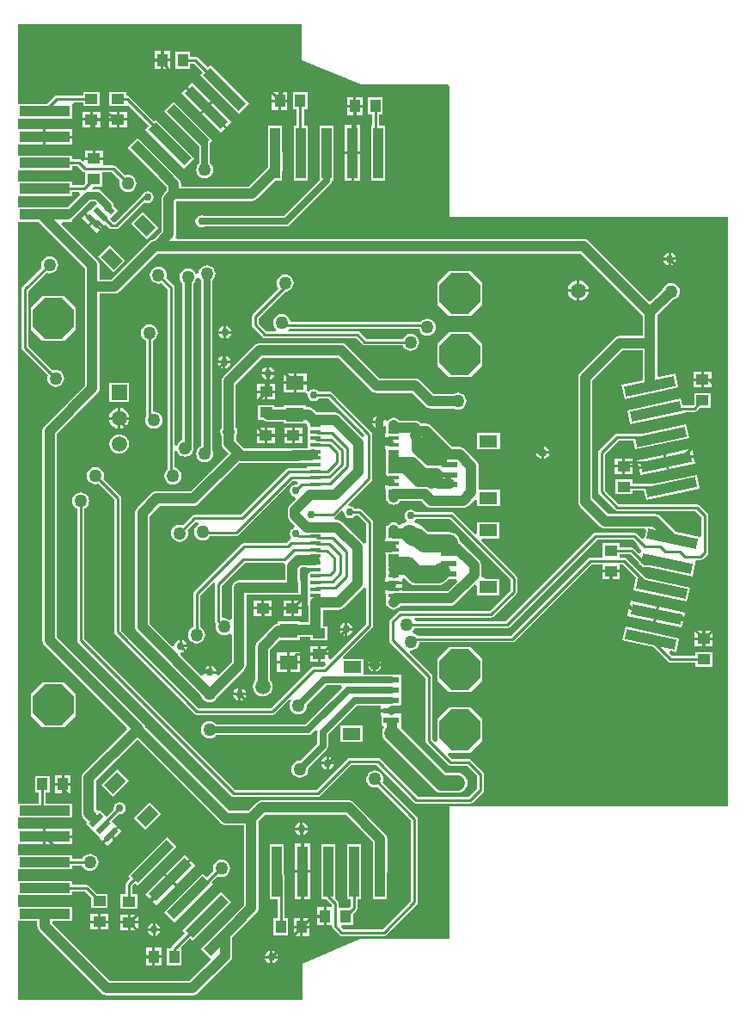
<source format=gbl>
%FSLAX42Y42*%
%MOMM*%
G71*
G01*
G75*
G04 Layer_Physical_Order=2*
G04 Layer_Color=16711680*
%ADD10R,3.00X1.50*%
%ADD11R,1.50X1.00*%
%ADD12R,1.00X1.50*%
%ADD13R,1.27X1.02*%
%ADD14R,1.02X1.27*%
%ADD15R,1.20X0.30*%
%ADD16R,0.30X1.20*%
%ADD17R,1.20X2.50*%
%ADD18R,2.00X3.20*%
%ADD19R,2.16X2.74*%
%ADD20R,3.20X2.00*%
%ADD21R,2.90X5.40*%
%ADD22R,3.30X1.50*%
%ADD23R,1.02X2.79*%
%ADD24R,10.41X11.94*%
%ADD25R,1.30X6.00*%
%ADD26C,0.25*%
%ADD27C,1.02*%
%ADD28C,0.76*%
%ADD29C,0.64*%
%ADD30C,0.51*%
%ADD31C,1.52*%
%ADD32C,0.38*%
%ADD33R,1.50X1.50*%
%ADD34C,1.50*%
%ADD35P,4.33X8X22.5*%
%ADD36C,0.76*%
%ADD37C,1.52*%
%ADD38C,1.27*%
%ADD39R,1.80X1.40*%
%ADD40R,1.14X0.30*%
%ADD41R,5.00X1.00*%
G04:AMPARAMS|DCode=42|XSize=1mm|YSize=5mm|CornerRadius=0mm|HoleSize=0mm|Usage=FLASHONLY|Rotation=315.000|XOffset=0mm|YOffset=0mm|HoleType=Round|Shape=Rectangle|*
%AMROTATEDRECTD42*
4,1,4,-2.12,-1.41,1.41,2.12,2.12,1.41,-1.41,-2.12,-2.12,-1.41,0.0*
%
%ADD42ROTATEDRECTD42*%

%ADD43R,1.00X5.00*%
G04:AMPARAMS|DCode=44|XSize=1mm|YSize=5mm|CornerRadius=0mm|HoleSize=0mm|Usage=FLASHONLY|Rotation=102.000|XOffset=0mm|YOffset=0mm|HoleType=Round|Shape=Rectangle|*
%AMROTATEDRECTD44*
4,1,4,2.55,0.03,-2.34,-1.01,-2.55,-0.03,2.34,1.01,2.55,0.03,0.0*
%
%ADD44ROTATEDRECTD44*%

G04:AMPARAMS|DCode=45|XSize=1mm|YSize=5mm|CornerRadius=0mm|HoleSize=0mm|Usage=FLASHONLY|Rotation=78.000|XOffset=0mm|YOffset=0mm|HoleType=Round|Shape=Rectangle|*
%AMROTATEDRECTD45*
4,1,4,2.34,-1.01,-2.55,0.03,-2.34,1.01,2.55,-0.03,2.34,-1.01,0.0*
%
%ADD45ROTATEDRECTD45*%

G04:AMPARAMS|DCode=46|XSize=1mm|YSize=5mm|CornerRadius=0mm|HoleSize=0mm|Usage=FLASHONLY|Rotation=225.000|XOffset=0mm|YOffset=0mm|HoleType=Round|Shape=Rectangle|*
%AMROTATEDRECTD46*
4,1,4,-1.41,2.12,2.12,-1.41,1.41,-2.12,-2.12,1.41,-1.41,2.12,0.0*
%
%ADD46ROTATEDRECTD46*%

G04:AMPARAMS|DCode=47|XSize=1.8mm|YSize=1.2mm|CornerRadius=0mm|HoleSize=0mm|Usage=FLASHONLY|Rotation=225.000|XOffset=0mm|YOffset=0mm|HoleType=Round|Shape=Rectangle|*
%AMROTATEDRECTD47*
4,1,4,0.21,1.06,1.06,0.21,-0.21,-1.06,-1.06,-0.21,0.21,1.06,0.0*
%
%ADD47ROTATEDRECTD47*%

G04:AMPARAMS|DCode=48|XSize=1.55mm|YSize=0.6mm|CornerRadius=0mm|HoleSize=0mm|Usage=FLASHONLY|Rotation=225.000|XOffset=0mm|YOffset=0mm|HoleType=Round|Shape=Rectangle|*
%AMROTATEDRECTD48*
4,1,4,0.34,0.76,0.76,0.34,-0.34,-0.76,-0.76,-0.34,0.34,0.76,0.0*
%
%ADD48ROTATEDRECTD48*%

G04:AMPARAMS|DCode=49|XSize=1.8mm|YSize=1.2mm|CornerRadius=0mm|HoleSize=0mm|Usage=FLASHONLY|Rotation=135.000|XOffset=0mm|YOffset=0mm|HoleType=Round|Shape=Rectangle|*
%AMROTATEDRECTD49*
4,1,4,1.06,-0.21,0.21,-1.06,-1.06,0.21,-0.21,1.06,1.06,-0.21,0.0*
%
%ADD49ROTATEDRECTD49*%

G04:AMPARAMS|DCode=50|XSize=1.55mm|YSize=0.6mm|CornerRadius=0mm|HoleSize=0mm|Usage=FLASHONLY|Rotation=135.000|XOffset=0mm|YOffset=0mm|HoleType=Round|Shape=Rectangle|*
%AMROTATEDRECTD50*
4,1,4,0.76,-0.34,0.34,-0.76,-0.76,0.34,-0.34,0.76,0.76,-0.34,0.0*
%
%ADD50ROTATEDRECTD50*%

%ADD51R,1.80X1.20*%
%ADD52R,1.55X0.60*%
%ADD53C,1.78*%
G36*
X213Y7646D02*
X662Y7197D01*
Y7015D01*
X662Y7015D01*
X662D01*
Y6044D01*
X262Y5644D01*
X250Y5629D01*
X245Y5617D01*
X243Y5612D01*
X241Y5593D01*
Y3538D01*
X243Y3520D01*
X245Y3515D01*
X250Y3502D01*
X262Y3487D01*
X1082Y2667D01*
X650Y2235D01*
X639Y2220D01*
X634Y2208D01*
X632Y2203D01*
X629Y2184D01*
Y1831D01*
X632Y1813D01*
X634Y1808D01*
X639Y1795D01*
X650Y1781D01*
X681Y1750D01*
X681Y1744D01*
X669Y1732D01*
X740Y1661D01*
X740Y1661D01*
X807Y1594D01*
X803Y1591D01*
X833Y1561D01*
X906Y1633D01*
X979Y1706D01*
X949Y1736D01*
X945Y1733D01*
X923Y1755D01*
X993Y1825D01*
X1003Y1823D01*
X1026Y1827D01*
X1045Y1840D01*
X1058Y1859D01*
X1063Y1882D01*
X1058Y1905D01*
X1045Y1924D01*
X1026Y1937D01*
X1003Y1942D01*
X981Y1937D01*
X961Y1924D01*
X948Y1905D01*
X944Y1882D01*
X946Y1872D01*
X876Y1802D01*
X807Y1870D01*
X796Y1859D01*
X773Y1869D01*
Y2155D01*
X1177Y2559D01*
X2002Y1735D01*
X2016Y1723D01*
X2025Y1720D01*
X2034Y1716D01*
X2052Y1714D01*
X2230D01*
Y930D01*
X1992Y692D01*
X1985Y684D01*
X1801Y500D01*
X1901Y401D01*
X1901D01*
Y401D01*
Y392D01*
X1695Y186D01*
X906D01*
X344Y748D01*
X353Y772D01*
X534D01*
Y912D01*
X274D01*
X264Y914D01*
X253Y912D01*
X0D01*
Y1026D01*
X534D01*
Y1062D01*
X663D01*
X719Y1006D01*
Y899D01*
X886D01*
Y1041D01*
X779D01*
X701Y1120D01*
X690Y1127D01*
X677Y1130D01*
X534D01*
Y1166D01*
X0D01*
Y1280D01*
X534D01*
Y1316D01*
X633D01*
X637Y1308D01*
X650Y1290D01*
X668Y1277D01*
X688Y1268D01*
X710Y1266D01*
X732Y1268D01*
X752Y1277D01*
X770Y1290D01*
X783Y1308D01*
X792Y1328D01*
X795Y1350D01*
X792Y1372D01*
X783Y1392D01*
X770Y1410D01*
X752Y1423D01*
X732Y1432D01*
X710Y1435D01*
X688Y1432D01*
X668Y1423D01*
X650Y1410D01*
X637Y1392D01*
X633Y1384D01*
X534D01*
Y1420D01*
X0D01*
Y1529D01*
X251D01*
Y1604D01*
Y1680D01*
X0D01*
Y1788D01*
X534D01*
Y1928D01*
X275D01*
Y2035D01*
X312D01*
Y2202D01*
X170D01*
Y2035D01*
X208D01*
Y1928D01*
X0D01*
Y7655D01*
X206D01*
X213Y7646D01*
D02*
G37*
G36*
X6078Y4507D02*
X6145Y4415D01*
X6145Y4415D01*
D01*
X6143Y4401D01*
X6118Y4394D01*
X6069Y4443D01*
X6058Y4451D01*
X6045Y4453D01*
X5928D01*
Y4491D01*
X5761D01*
Y4349D01*
X5641D01*
X5628Y4347D01*
X5618Y4339D01*
X4860Y3582D01*
X3936D01*
X3936Y3583D01*
X3918Y3596D01*
X3898Y3605D01*
X3897Y3605D01*
X3891Y3629D01*
X3893Y3631D01*
X3906Y3648D01*
X3910Y3657D01*
X4823D01*
X4836Y3660D01*
X4847Y3667D01*
X5709Y4528D01*
X6057D01*
X6078Y4507D01*
D02*
G37*
G36*
X616Y7922D02*
X489Y7796D01*
X274D01*
X264Y7797D01*
X253Y7796D01*
X0D01*
Y7909D01*
X534D01*
Y7946D01*
X606D01*
X616Y7922D01*
D02*
G37*
G36*
X639Y8150D02*
X639D01*
X639Y8150D01*
X639D01*
X639Y8150D01*
Y8150D01*
X639Y8150D01*
Y8150D01*
X650Y8143D01*
X663Y8140D01*
X665D01*
Y8036D01*
X643Y8013D01*
X534D01*
Y8050D01*
X0D01*
Y8163D01*
X534D01*
Y8200D01*
X589D01*
X639Y8150D01*
D02*
G37*
G36*
X2799Y9241D02*
X3381Y9002D01*
X4234Y9004D01*
X4252Y8986D01*
Y7701D01*
X6995D01*
X6998Y7699D01*
Y1900D01*
X4254D01*
X4249Y1895D01*
Y597D01*
X3373D01*
X3371Y594D01*
X2804Y356D01*
Y5D01*
X2799Y0D01*
X0D01*
Y772D01*
X192D01*
Y727D01*
X194Y708D01*
X196Y703D01*
X202Y691D01*
X213Y676D01*
X826Y64D01*
X840Y52D01*
X851Y48D01*
X858Y45D01*
X876Y43D01*
X1725D01*
X1743Y45D01*
X1748Y47D01*
X1761Y52D01*
X1775Y64D01*
X2093Y381D01*
X2104Y396D01*
X2108Y405D01*
X2112Y413D01*
X2114Y432D01*
Y612D01*
X2352Y850D01*
X2363Y865D01*
X2368Y875D01*
X2371Y882D01*
X2373Y901D01*
Y1756D01*
X2435Y1818D01*
X3232D01*
X3497Y1553D01*
Y1259D01*
X3498Y1249D01*
Y989D01*
X3639D01*
Y1249D01*
X3640Y1259D01*
Y1582D01*
X3638Y1601D01*
X3631Y1618D01*
X3619Y1633D01*
X3312Y1940D01*
X3297Y1952D01*
X3285Y1957D01*
X3280Y1959D01*
X3261Y1961D01*
X2405D01*
X2387Y1959D01*
X2380Y1956D01*
X2370Y1952D01*
X2355Y1940D01*
X2272Y1857D01*
X2082D01*
X1255Y2685D01*
X1253Y2686D01*
X1246Y2703D01*
X1234Y2718D01*
X384Y3568D01*
Y5563D01*
X785Y5964D01*
X796Y5979D01*
X800Y5989D01*
X803Y5996D01*
X806Y6015D01*
Y6944D01*
X952D01*
X971Y6946D01*
X976Y6948D01*
X988Y6953D01*
X1003Y6965D01*
X1378Y7340D01*
X5547D01*
X6157Y6730D01*
Y6531D01*
X5928D01*
X5910Y6529D01*
X5905Y6526D01*
X5892Y6521D01*
X5878Y6510D01*
X5540Y6172D01*
X5528Y6157D01*
X5523Y6145D01*
X5521Y6140D01*
X5519Y6121D01*
Y4902D01*
X5521Y4884D01*
X5523Y4879D01*
X5528Y4866D01*
X5540Y4851D01*
X5735Y4656D01*
X5750Y4644D01*
D01*
D01*
Y4644D01*
X5750Y4644D01*
D01*
D01*
X5750D01*
Y4644D01*
D01*
X5750D01*
Y4644D01*
X5768Y4637D01*
X5786Y4635D01*
X6172D01*
X6188Y4615D01*
X6172Y4540D01*
X6148Y4532D01*
X6094Y4586D01*
X6083Y4593D01*
X6071Y4596D01*
X5695D01*
X5695Y4596D01*
X5682Y4593D01*
X5671Y4586D01*
X4810Y3724D01*
X3922D01*
X3909Y3746D01*
X3915Y3759D01*
X4663D01*
X4676Y3761D01*
X4687Y3768D01*
X4687Y3768D01*
X4687Y3768D01*
X4908Y3989D01*
X4916Y4000D01*
X4918Y4013D01*
X4918Y4013D01*
X4918Y4013D01*
Y4013D01*
Y4148D01*
X4916Y4161D01*
X4908Y4172D01*
X4565Y4515D01*
X4575Y4538D01*
X4746D01*
Y4699D01*
X4526D01*
Y4588D01*
X4502Y4578D01*
X4294Y4786D01*
X4283Y4794D01*
X4270Y4796D01*
X3916D01*
X3911Y4805D01*
X3891Y4818D01*
X3868Y4822D01*
X3846Y4818D01*
X3826Y4805D01*
X3813Y4785D01*
X3809Y4762D01*
X3813Y4740D01*
X3826Y4720D01*
X3828Y4719D01*
X3828Y4716D01*
X3823Y4694D01*
X3799Y4691D01*
X3773Y4680D01*
X3763Y4672D01*
X3754Y4674D01*
X3739Y4685D01*
X3722Y4692D01*
X3703Y4695D01*
X3685Y4692D01*
X3667Y4685D01*
X3653Y4674D01*
X3641Y4659D01*
X3641Y4658D01*
X3626D01*
Y4587D01*
Y4533D01*
X3621D01*
Y4506D01*
X3703D01*
Y4480D01*
X3621D01*
Y4452D01*
Y4440D01*
X3703D01*
Y4415D01*
X3621D01*
Y4387D01*
X3626D01*
Y4327D01*
Y4262D01*
Y4197D01*
Y4143D01*
X3621D01*
Y4116D01*
X3786D01*
Y4135D01*
X3805Y4143D01*
X3811D01*
X3844Y4111D01*
X3866Y4093D01*
X3893Y4082D01*
X3922Y4078D01*
X4143D01*
X4171Y4082D01*
X4198Y4093D01*
X4221Y4111D01*
X4248Y4138D01*
X4321D01*
X4331Y4115D01*
X4234Y4018D01*
X3786D01*
Y4025D01*
X3621D01*
Y3997D01*
X3626D01*
Y3937D01*
Y3872D01*
X3641D01*
X3641Y3872D01*
X3653Y3857D01*
X3667Y3846D01*
X3685Y3839D01*
X3703Y3836D01*
X3722Y3839D01*
X3739Y3846D01*
X3754Y3857D01*
X3769Y3872D01*
X3781D01*
Y3875D01*
X4264D01*
X4283Y3877D01*
X4288Y3879D01*
X4300Y3884D01*
X4315Y3896D01*
X4502Y4083D01*
X4526Y4073D01*
Y3978D01*
X4746D01*
Y4139D01*
X4615D01*
X4565Y4160D01*
X4568Y4178D01*
Y4272D01*
X4565Y4291D01*
X4561Y4301D01*
X4558Y4308D01*
X4547Y4323D01*
X4374Y4496D01*
X4359Y4507D01*
X4356Y4508D01*
X4355Y4517D01*
X4346Y4538D01*
Y4539D01*
X4346D01*
X4344Y4544D01*
X4326Y4567D01*
X4303Y4584D01*
X4277Y4595D01*
X4248Y4599D01*
X4041D01*
X3977Y4663D01*
X3954Y4680D01*
X3927Y4691D01*
X3912Y4693D01*
X3909Y4709D01*
X3925Y4729D01*
X4256D01*
X4851Y4134D01*
Y4027D01*
X4649Y3826D01*
X3767D01*
X3754Y3823D01*
X3743Y3816D01*
X3669Y3742D01*
X3662Y3731D01*
X3659Y3719D01*
Y3536D01*
X3662Y3523D01*
X3669Y3512D01*
X3669Y3512D01*
X3669Y3512D01*
X4015Y3166D01*
Y2548D01*
X4018Y2535D01*
X4025Y2524D01*
X4025Y2524D01*
X4025Y2524D01*
X4236Y2313D01*
X4236Y2313D01*
X4236D01*
X4236Y2313D01*
X4236D01*
X4236Y2313D01*
Y2313D01*
Y2313D01*
D01*
D01*
X4236D01*
Y2313D01*
X4247Y2306D01*
X4260Y2303D01*
X4426D01*
X4526Y2203D01*
Y2076D01*
X4446Y1997D01*
X3941D01*
X3572Y2366D01*
X3561Y2373D01*
X3548Y2376D01*
X3269D01*
X3256Y2373D01*
X3245Y2366D01*
X2943Y2063D01*
X2140D01*
X653Y3550D01*
Y4828D01*
X662Y4832D01*
X680Y4845D01*
X693Y4862D01*
X701Y4883D01*
X704Y4905D01*
X701Y4927D01*
X693Y4947D01*
X680Y4965D01*
X662Y4978D01*
X642Y4986D01*
X620Y4989D01*
X598Y4986D01*
X577Y4978D01*
X560Y4965D01*
X547Y4947D01*
X538Y4927D01*
X535Y4905D01*
X538Y4883D01*
X547Y4862D01*
X560Y4845D01*
X577Y4832D01*
X586Y4828D01*
Y3536D01*
X589Y3523D01*
X596Y3512D01*
X596Y3512D01*
X596Y3512D01*
X2102Y2006D01*
X2102Y2006D01*
X2102D01*
X2102Y2006D01*
X2102D01*
X2102Y2006D01*
Y2006D01*
Y2006D01*
D01*
D01*
X2102D01*
Y2006D01*
X2113Y1998D01*
X2126Y1996D01*
X2957D01*
X2969Y1998D01*
X2980Y2006D01*
X3283Y2308D01*
X3534D01*
X3903Y1940D01*
X3903Y1940D01*
X3903D01*
X3903Y1940D01*
X3903D01*
X3903Y1940D01*
Y1940D01*
Y1940D01*
D01*
D01*
X3903D01*
Y1940D01*
X3914Y1932D01*
X3927Y1930D01*
X4460D01*
X4473Y1932D01*
X4484Y1940D01*
X4484Y1940D01*
X4484Y1940D01*
X4583Y2039D01*
X4590Y2050D01*
X4593Y2062D01*
Y2217D01*
X4590Y2230D01*
X4583Y2241D01*
X4464Y2361D01*
X4453Y2368D01*
X4440Y2370D01*
X4274D01*
X4236Y2408D01*
X4246Y2431D01*
X4461D01*
X4571Y2542D01*
Y2762D01*
X4461Y2872D01*
X4241D01*
X4131Y2762D01*
Y2546D01*
X4107Y2537D01*
X4082Y2562D01*
Y3180D01*
X4080Y3193D01*
X4073Y3204D01*
X3860Y3416D01*
X3871Y3439D01*
X3876Y3438D01*
X3898Y3441D01*
X3918Y3450D01*
X3936Y3463D01*
X3949Y3481D01*
X3958Y3501D01*
X3959Y3515D01*
X4874D01*
X4887Y3517D01*
X4898Y3525D01*
X4898Y3525D01*
X4898Y3525D01*
X5655Y4282D01*
X5756D01*
Y4229D01*
X5933D01*
Y4282D01*
X5958D01*
X6089Y4150D01*
X6063Y4029D01*
X6592Y3916D01*
X6621Y4054D01*
X6189Y4146D01*
X5995Y4339D01*
X5984Y4347D01*
X5972Y4349D01*
X5928D01*
Y4386D01*
X6031D01*
X6120Y4297D01*
X6116Y4277D01*
X6147Y4270D01*
X6151Y4266D01*
X6162Y4258D01*
X6175Y4256D01*
X6215D01*
X6645Y4165D01*
X6674Y4302D01*
X6674D01*
X6679Y4326D01*
X6727D01*
X6739Y4328D01*
X6750Y4335D01*
X6750Y4335D01*
X6750Y4335D01*
X6790Y4375D01*
X6798Y4386D01*
X6800Y4399D01*
X6800Y4399D01*
X6800Y4399D01*
Y4399D01*
Y4765D01*
X6798Y4778D01*
X6790Y4789D01*
X6712Y4868D01*
X6701Y4875D01*
X6688Y4877D01*
X5919D01*
X5784Y5013D01*
Y5368D01*
X5920Y5504D01*
X6065D01*
X6085Y5412D01*
X6614Y5525D01*
X6584Y5662D01*
X6155Y5571D01*
X5906D01*
X5893Y5568D01*
X5882Y5561D01*
X5727Y5406D01*
X5719Y5395D01*
X5717Y5382D01*
Y4999D01*
X5719Y4986D01*
X5727Y4975D01*
X5882Y4820D01*
X5893Y4813D01*
X5906Y4810D01*
X6674D01*
X6733Y4751D01*
Y4570D01*
X6713Y4554D01*
X6486Y4602D01*
X6330Y4757D01*
X6315Y4769D01*
X6303Y4774D01*
X6298Y4776D01*
X6279Y4778D01*
X5816D01*
X5662Y4932D01*
Y6092D01*
X5958Y6387D01*
X6157D01*
Y6091D01*
X5950Y6047D01*
X5979Y5909D01*
X6231Y5963D01*
X6247Y5965D01*
X6254Y5968D01*
X6508Y6022D01*
X6479Y6159D01*
X6320Y6126D01*
X6301Y6142D01*
Y6459D01*
X6301Y6459D01*
X6301Y6459D01*
Y6459D01*
Y6730D01*
X6456Y6885D01*
X6458Y6886D01*
X6479Y6894D01*
X6496Y6907D01*
X6510Y6925D01*
X6518Y6945D01*
X6521Y6967D01*
X6518Y6989D01*
X6510Y7009D01*
X6496Y7027D01*
X6479Y7040D01*
X6458Y7049D01*
X6436Y7052D01*
X6414Y7049D01*
X6394Y7040D01*
X6377Y7027D01*
X6363Y7009D01*
X6355Y6989D01*
X6354Y6987D01*
X6242Y6874D01*
X6216D01*
X5628Y7462D01*
X5613Y7474D01*
X5601Y7479D01*
X5596Y7481D01*
X5577Y7483D01*
X1569D01*
X1554Y7505D01*
X1556Y7507D01*
X1558Y7513D01*
X1560Y7531D01*
Y7852D01*
X1566Y7858D01*
X2304D01*
X2322Y7861D01*
X2327Y7863D01*
X2340Y7868D01*
X2355Y7879D01*
X2537Y8061D01*
X2605D01*
Y8150D01*
X2607Y8161D01*
Y8332D01*
X2605Y8342D01*
Y8602D01*
X2465D01*
Y8342D01*
X2463Y8332D01*
Y8191D01*
X2274Y8002D01*
X1608D01*
Y8023D01*
X1606Y8041D01*
X1604Y8046D01*
X1599Y8059D01*
X1587Y8073D01*
X1371Y8290D01*
X1362Y8297D01*
X1178Y8480D01*
X1079Y8381D01*
X1263Y8197D01*
X1269Y8189D01*
X1465Y7993D01*
Y7960D01*
X1438Y7932D01*
X1426Y7917D01*
X1421Y7905D01*
X1419Y7900D01*
X1417Y7882D01*
Y7561D01*
X1338Y7482D01*
X1330Y7481D01*
X1320Y7477D01*
X1313Y7474D01*
X1298Y7462D01*
X923Y7087D01*
X806D01*
Y7226D01*
X803Y7245D01*
X801Y7250D01*
X796Y7262D01*
X785Y7277D01*
X430Y7632D01*
X440Y7655D01*
X534D01*
Y7676D01*
X545Y7683D01*
X717Y7855D01*
X758D01*
X780Y7833D01*
X780Y7832D01*
X713Y7766D01*
X709Y7769D01*
X679Y7739D01*
X752Y7666D01*
X825Y7593D01*
X855Y7624D01*
Y7624D01*
X855D01*
X870D01*
X901Y7593D01*
X912Y7586D01*
X925Y7583D01*
X972D01*
X985Y7586D01*
X996Y7593D01*
X1247Y7844D01*
X1255Y7839D01*
X1278Y7835D01*
X1300Y7839D01*
X1320Y7852D01*
X1333Y7872D01*
X1337Y7894D01*
X1333Y7917D01*
X1320Y7936D01*
X1300Y7949D01*
X1278Y7954D01*
X1255Y7949D01*
X1236Y7936D01*
X1223Y7917D01*
X1222Y7914D01*
X958Y7651D01*
X939D01*
X907Y7683D01*
X918Y7694D01*
X989Y7765D01*
X944Y7810D01*
Y7813D01*
X944Y7813D01*
X939Y7835D01*
X926Y7855D01*
X824Y7957D01*
X805Y7970D01*
X782Y7974D01*
X732D01*
X730Y7980D01*
X744Y8001D01*
X833D01*
Y8140D01*
X928D01*
X1006Y8062D01*
X1003Y8053D01*
X1000Y8031D01*
X1003Y8010D01*
X1011Y7989D01*
X1025Y7972D01*
X1042Y7958D01*
X1063Y7950D01*
X1085Y7947D01*
X1106Y7950D01*
X1127Y7958D01*
X1144Y7972D01*
X1158Y7989D01*
X1166Y8010D01*
X1169Y8031D01*
X1166Y8053D01*
X1158Y8074D01*
X1144Y8091D01*
X1127Y8105D01*
X1106Y8113D01*
X1085Y8116D01*
X1063Y8113D01*
X1054Y8110D01*
X966Y8198D01*
X955Y8205D01*
X942Y8207D01*
X838D01*
Y8263D01*
X660D01*
Y8257D01*
X637Y8247D01*
X627Y8257D01*
X616Y8265D01*
X603Y8267D01*
X534D01*
Y8304D01*
X0D01*
Y8412D01*
X251D01*
Y8488D01*
Y8563D01*
X0D01*
Y8671D01*
X534D01*
Y8812D01*
D01*
Y8812D01*
X551Y8828D01*
X643D01*
Y8791D01*
X810D01*
Y8933D01*
X643D01*
Y8896D01*
X384D01*
X371Y8893D01*
X360Y8886D01*
X286Y8812D01*
X0D01*
Y9600D01*
X3Y9601D01*
Y9601D01*
X3Y9601D01*
X2799D01*
Y9241D01*
D02*
G37*
%LPC*%
G36*
X6746Y3538D02*
X6670D01*
Y3475D01*
X6746D01*
Y3538D01*
D02*
G37*
G36*
X5987Y3669D02*
X5958Y3532D01*
X6268Y3466D01*
X6409Y3324D01*
X6409Y3324D01*
X6409D01*
X6409Y3324D01*
X6409D01*
X6409Y3324D01*
Y3324D01*
Y3324D01*
D01*
D01*
X6409D01*
Y3324D01*
X6420Y3317D01*
X6433Y3314D01*
X6675D01*
Y3277D01*
X6843D01*
Y3419D01*
X6675D01*
Y3381D01*
X6447D01*
X6420Y3408D01*
X6432Y3431D01*
X6487Y3419D01*
X6516Y3557D01*
X5987Y3669D01*
D02*
G37*
G36*
X3503Y3354D02*
X3491Y3352D01*
X3470Y3338D01*
X3456Y3317D01*
X3453Y3305D01*
X3503D01*
Y3354D01*
D02*
G37*
G36*
X3578Y3279D02*
X3528D01*
Y3230D01*
X3540Y3232D01*
X3561Y3246D01*
X3575Y3267D01*
X3578Y3279D01*
D02*
G37*
G36*
X3528Y3354D02*
Y3305D01*
X3578D01*
X3575Y3317D01*
X3561Y3338D01*
X3540Y3352D01*
X3528Y3354D01*
D02*
G37*
G36*
X2782Y3415D02*
X2680D01*
Y3332D01*
X2782D01*
Y3415D01*
D02*
G37*
G36*
X2957Y3477D02*
X2880D01*
Y3414D01*
X2957D01*
Y3477D01*
D02*
G37*
G36*
X2654Y3415D02*
X2552D01*
Y3332D01*
X2654D01*
Y3415D01*
D02*
G37*
G36*
X2957Y3388D02*
X2880D01*
Y3325D01*
X2957D01*
Y3388D01*
D02*
G37*
G36*
X3058Y3477D02*
X2982D01*
Y3414D01*
X3058D01*
Y3477D01*
D02*
G37*
G36*
X3503Y3279D02*
X3453D01*
X3456Y3267D01*
X3470Y3246D01*
X3491Y3232D01*
X3503Y3230D01*
Y3279D01*
D02*
G37*
G36*
X3066Y2389D02*
Y2339D01*
X3115D01*
X3113Y2351D01*
X3099Y2372D01*
X3078Y2386D01*
X3066Y2389D01*
D02*
G37*
G36*
X3402Y2697D02*
X3181D01*
Y2536D01*
X3402D01*
Y2697D01*
D02*
G37*
G36*
X461Y3121D02*
X240D01*
X130Y3011D01*
Y2791D01*
X240Y2680D01*
X461D01*
X571Y2791D01*
Y3011D01*
X461Y3121D01*
D02*
G37*
G36*
X3040Y2314D02*
X2991D01*
X2993Y2302D01*
X3007Y2281D01*
X3028Y2267D01*
X3040Y2264D01*
Y2314D01*
D02*
G37*
G36*
X3115D02*
X3066D01*
Y2264D01*
X3078Y2267D01*
X3099Y2281D01*
X3113Y2302D01*
X3115Y2314D01*
D02*
G37*
G36*
X3040Y2389D02*
X3028Y2386D01*
X3007Y2372D01*
X2993Y2351D01*
X2991Y2339D01*
X3040D01*
Y2389D01*
D02*
G37*
G36*
X2172Y2992D02*
X2122D01*
X2125Y2980D01*
X2139Y2959D01*
X2160Y2945D01*
X2172Y2943D01*
Y2992D01*
D02*
G37*
G36*
X4461Y3472D02*
X4241D01*
X4131Y3361D01*
Y3141D01*
X4241Y3031D01*
X4461D01*
X4571Y3141D01*
Y3361D01*
X4461Y3472D01*
D02*
G37*
G36*
X2654Y3307D02*
X2552D01*
Y3224D01*
X2654D01*
Y3307D01*
D02*
G37*
G36*
X2782D02*
X2680D01*
Y3224D01*
X2782D01*
Y3307D01*
D02*
G37*
G36*
X2247Y2992D02*
X2197D01*
Y2943D01*
X2209Y2945D01*
X2230Y2959D01*
X2244Y2980D01*
X2247Y2992D01*
D02*
G37*
G36*
X2172Y3067D02*
X2160Y3065D01*
X2139Y3051D01*
X2125Y3030D01*
X2122Y3018D01*
X2172D01*
Y3067D01*
D02*
G37*
G36*
X2197D02*
Y3018D01*
X2247D01*
X2244Y3030D01*
X2230Y3051D01*
X2209Y3065D01*
X2197Y3067D01*
D02*
G37*
G36*
X6848Y3538D02*
X6772D01*
Y3475D01*
X6848D01*
Y3538D01*
D02*
G37*
G36*
X2794Y3929D02*
X2718D01*
Y3866D01*
X2794D01*
Y3929D01*
D02*
G37*
G36*
X3786Y4090D02*
X3621D01*
Y4062D01*
Y4051D01*
X3786D01*
Y4062D01*
Y4090D01*
D02*
G37*
G36*
X5832Y4204D02*
X5756D01*
Y4140D01*
X5832D01*
Y4204D01*
D02*
G37*
G36*
X2400Y3927D02*
X2324D01*
Y3863D01*
X2400D01*
Y3927D01*
D02*
G37*
G36*
X2502D02*
X2426D01*
Y3863D01*
X2502D01*
Y3927D01*
D02*
G37*
G36*
X2692Y3929D02*
X2616D01*
Y3866D01*
X2692D01*
Y3929D01*
D02*
G37*
G36*
X5933Y4204D02*
X5857D01*
Y4140D01*
X5933D01*
Y4204D01*
D02*
G37*
G36*
X5956Y5235D02*
X5880D01*
Y5171D01*
X5956D01*
Y5235D01*
D02*
G37*
G36*
X6058D02*
X5982D01*
Y5171D01*
X6058D01*
Y5235D01*
D02*
G37*
G36*
X6659Y5334D02*
X6402Y5279D01*
X6415Y5218D01*
X6672Y5272D01*
X6659Y5334D01*
D02*
G37*
G36*
X3569Y5742D02*
Y5679D01*
Y5617D01*
X3581Y5620D01*
X3602Y5634D01*
Y5634D01*
D01*
X3602D01*
D01*
Y5634D01*
X3626Y5653D01*
Y5619D01*
Y5564D01*
X3621D01*
Y5537D01*
X3703D01*
Y5511D01*
X3621D01*
Y5484D01*
Y5472D01*
X3703D01*
Y5446D01*
X3621D01*
Y5419D01*
X3626D01*
Y5359D01*
Y5294D01*
Y5229D01*
Y5174D01*
X3621D01*
Y5147D01*
X3703D01*
Y5121D01*
X3621D01*
Y5094D01*
Y5082D01*
X3703D01*
Y5056D01*
X3621D01*
Y5029D01*
X3626D01*
Y4969D01*
Y4904D01*
X3641D01*
X3641Y4903D01*
X3653Y4888D01*
X3667Y4877D01*
X3685Y4870D01*
X3703Y4867D01*
X3722Y4870D01*
X3739Y4877D01*
X3754Y4888D01*
X3765Y4903D01*
X3766Y4904D01*
X3976D01*
X4021Y4859D01*
X4036Y4848D01*
X4043Y4845D01*
X4053Y4841D01*
X4072Y4838D01*
X4386D01*
X4404Y4841D01*
X4409Y4843D01*
X4422Y4848D01*
X4437Y4859D01*
X4505Y4927D01*
X4528Y4917D01*
Y4855D01*
X4749D01*
Y5015D01*
X4540D01*
Y5250D01*
X4537Y5269D01*
X4534Y5277D01*
X4530Y5286D01*
X4519Y5301D01*
X4404Y5416D01*
X4389Y5427D01*
X4377Y5432D01*
X4372Y5434D01*
X4353Y5437D01*
X4281D01*
X4071Y5646D01*
X4056Y5657D01*
X4044Y5662D01*
X4039Y5665D01*
X4021Y5667D01*
X3968D01*
X3962Y5674D01*
X3947Y5686D01*
X3930Y5693D01*
X3912Y5695D01*
X3761D01*
X3754Y5705D01*
X3739Y5716D01*
X3722Y5723D01*
X3703Y5726D01*
X3685Y5723D01*
X3667Y5716D01*
X3653Y5705D01*
X3642Y5691D01*
X3634Y5693D01*
X3617Y5700D01*
X3616Y5704D01*
X3602Y5725D01*
X3581Y5739D01*
X3569Y5742D01*
D02*
G37*
G36*
X6690Y5165D02*
X6279Y5078D01*
X6053D01*
Y5116D01*
X5885D01*
Y4973D01*
X6053D01*
Y5011D01*
X6170D01*
X6190Y4916D01*
X6719Y5028D01*
X6690Y5165D01*
D02*
G37*
G36*
X6378Y5274D02*
X6121Y5219D01*
X6134Y5158D01*
X6391Y5213D01*
X6378Y5274D01*
D02*
G37*
G36*
X6036Y3924D02*
X6023Y3862D01*
X6280Y3808D01*
X6293Y3869D01*
X6036Y3924D01*
D02*
G37*
G36*
X3298Y3630D02*
X3249D01*
Y3580D01*
X3261Y3583D01*
X3282Y3597D01*
X3296Y3618D01*
X3298Y3630D01*
D02*
G37*
G36*
X3223Y3705D02*
X3211Y3702D01*
X3190Y3688D01*
X3176Y3667D01*
X3174Y3655D01*
X3223D01*
Y3705D01*
D02*
G37*
G36*
X3249D02*
Y3655D01*
X3298D01*
X3296Y3667D01*
X3282Y3688D01*
X3261Y3702D01*
X3249Y3705D01*
D02*
G37*
G36*
X6746Y3627D02*
X6670D01*
Y3564D01*
X6746D01*
Y3627D01*
D02*
G37*
G36*
X6848D02*
X6772D01*
Y3564D01*
X6848D01*
Y3627D01*
D02*
G37*
G36*
X3223Y3630D02*
X3174D01*
X3176Y3618D01*
X3190Y3597D01*
X3211Y3583D01*
X3223Y3580D01*
Y3630D01*
D02*
G37*
G36*
X6299Y3778D02*
X6286Y3716D01*
X6543Y3662D01*
X6556Y3723D01*
X6299Y3778D01*
D02*
G37*
G36*
X2502Y3838D02*
X2426D01*
Y3774D01*
X2502D01*
Y3838D01*
D02*
G37*
G36*
X2692Y3840D02*
X2616D01*
Y3777D01*
X2692D01*
Y3840D01*
D02*
G37*
G36*
X2794D02*
X2718D01*
Y3777D01*
X2794D01*
Y3840D01*
D02*
G37*
G36*
X6018Y3837D02*
X6004Y3776D01*
X6261Y3722D01*
X6274Y3783D01*
X6018Y3837D01*
D02*
G37*
G36*
X6318Y3864D02*
X6305Y3802D01*
X6562Y3748D01*
X6575Y3809D01*
X6318Y3864D01*
D02*
G37*
G36*
X2400Y3838D02*
X2324D01*
Y3774D01*
X2400D01*
Y3838D01*
D02*
G37*
G36*
X521Y2207D02*
X457D01*
Y2131D01*
X521D01*
Y2207D01*
D02*
G37*
G36*
X790Y754D02*
X714D01*
Y691D01*
X790D01*
Y754D01*
D02*
G37*
G36*
X892D02*
X815D01*
Y691D01*
X892D01*
Y754D01*
D02*
G37*
G36*
X1328Y751D02*
X1316Y748D01*
X1295Y734D01*
X1281Y713D01*
X1279Y701D01*
X1328D01*
Y751D01*
D02*
G37*
G36*
X2623Y1530D02*
X2482D01*
Y989D01*
X2557D01*
Y798D01*
X2520D01*
Y630D01*
X2662D01*
Y798D01*
X2624D01*
Y1221D01*
X2623Y1229D01*
Y1530D01*
D02*
G37*
G36*
X1085Y749D02*
X1008D01*
Y686D01*
X1085D01*
Y749D01*
D02*
G37*
G36*
X1186D02*
X1110D01*
Y686D01*
X1186D01*
Y749D01*
D02*
G37*
G36*
X1354Y751D02*
Y701D01*
X1403D01*
X1401Y713D01*
X1387Y734D01*
X1366Y748D01*
X1354Y751D01*
D02*
G37*
G36*
X1085Y838D02*
X1008D01*
Y775D01*
X1085D01*
Y838D01*
D02*
G37*
G36*
X1186D02*
X1110D01*
Y775D01*
X1186D01*
Y838D01*
D02*
G37*
G36*
X790Y843D02*
X714D01*
Y780D01*
X790D01*
Y843D01*
D02*
G37*
G36*
X2781Y803D02*
X2718D01*
Y726D01*
X2781D01*
Y803D01*
D02*
G37*
G36*
X2870D02*
X2807D01*
Y726D01*
X2870D01*
Y803D01*
D02*
G37*
G36*
X3015Y808D02*
X2951D01*
Y732D01*
X3015D01*
Y808D01*
D02*
G37*
G36*
X2559Y406D02*
X2510D01*
Y357D01*
X2522Y359D01*
X2543Y373D01*
X2557Y394D01*
X2559Y406D01*
D02*
G37*
G36*
X2484Y481D02*
X2472Y479D01*
X2451Y465D01*
X2437Y444D01*
X2435Y432D01*
X2484D01*
Y481D01*
D02*
G37*
G36*
X2510D02*
Y432D01*
X2559D01*
X2557Y444D01*
X2543Y465D01*
X2522Y479D01*
X2510Y481D01*
D02*
G37*
G36*
X1326Y409D02*
X1262D01*
Y333D01*
X1326D01*
Y409D01*
D02*
G37*
G36*
X1415D02*
X1351D01*
Y333D01*
X1415D01*
Y409D01*
D02*
G37*
G36*
X2484Y406D02*
X2435D01*
X2437Y394D01*
X2451Y373D01*
X2472Y359D01*
X2484Y357D01*
Y406D01*
D02*
G37*
G36*
X1326Y511D02*
X1262D01*
Y434D01*
X1326D01*
Y511D01*
D02*
G37*
G36*
X2870Y701D02*
X2807D01*
Y625D01*
X2870D01*
Y701D01*
D02*
G37*
G36*
X1328Y676D02*
X1279D01*
X1281Y664D01*
X1295Y643D01*
X1316Y629D01*
X1328Y626D01*
Y676D01*
D02*
G37*
G36*
X1403D02*
X1354D01*
Y626D01*
X1366Y629D01*
X1387Y643D01*
X1401Y664D01*
X1403Y676D01*
D02*
G37*
G36*
X1415Y511D02*
X1351D01*
Y434D01*
X1415D01*
Y511D01*
D02*
G37*
G36*
X2004Y1062D02*
X1622Y680D01*
X1648Y654D01*
X1518Y524D01*
X1511Y513D01*
X1509Y505D01*
X1471D01*
Y338D01*
X1613D01*
Y505D01*
X1613Y505D01*
X1613D01*
X1608Y518D01*
X1695Y606D01*
X1721Y580D01*
X2104Y963D01*
X2004Y1062D01*
D02*
G37*
G36*
X2781Y701D02*
X2718D01*
Y625D01*
X2781D01*
Y701D01*
D02*
G37*
G36*
X892Y843D02*
X815D01*
Y780D01*
X892D01*
Y843D01*
D02*
G37*
G36*
X2856Y1666D02*
X2807D01*
Y1617D01*
X2819Y1619D01*
X2840Y1633D01*
X2854Y1654D01*
X2856Y1666D01*
D02*
G37*
G36*
X539Y1680D02*
X276D01*
Y1617D01*
X539D01*
Y1680D01*
D02*
G37*
G36*
X1302Y1941D02*
X1146Y1785D01*
X1260Y1672D01*
X1416Y1828D01*
X1302Y1941D01*
D02*
G37*
G36*
X539Y1591D02*
X276D01*
Y1529D01*
X539D01*
Y1591D01*
D02*
G37*
G36*
X997Y1688D02*
X933Y1624D01*
X963Y1594D01*
X1027Y1658D01*
X997Y1688D01*
D02*
G37*
G36*
X2781Y1666D02*
X2732D01*
X2734Y1654D01*
X2748Y1633D01*
X2769Y1619D01*
X2781Y1617D01*
Y1666D01*
D02*
G37*
G36*
Y1741D02*
X2769Y1739D01*
X2748Y1725D01*
X2734Y1704D01*
X2732Y1692D01*
X2781D01*
Y1741D01*
D02*
G37*
G36*
X521Y2106D02*
X457D01*
Y2029D01*
X521D01*
Y2106D01*
D02*
G37*
G36*
X3782Y2834D02*
X3576D01*
Y2791D01*
X3581D01*
Y2696D01*
X3595D01*
X3606Y2673D01*
X3604Y2670D01*
X3594Y2646D01*
X3591Y2621D01*
X3594Y2596D01*
X3604Y2573D01*
X3619Y2552D01*
X4107Y2065D01*
X4127Y2049D01*
X4151Y2040D01*
X4176Y2036D01*
X4333D01*
X4358Y2040D01*
X4382Y2049D01*
X4402Y2065D01*
X4418Y2085D01*
X4427Y2108D01*
X4431Y2134D01*
X4427Y2159D01*
X4418Y2182D01*
X4402Y2202D01*
X4382Y2218D01*
X4358Y2228D01*
X4333Y2231D01*
X4216D01*
X3777Y2670D01*
X3777Y2696D01*
X3777D01*
Y2791D01*
X3782D01*
Y2834D01*
D02*
G37*
G36*
X432Y2207D02*
X368D01*
Y2131D01*
X432D01*
Y2207D01*
D02*
G37*
G36*
X2807Y1741D02*
Y1692D01*
X2856D01*
X2854Y1704D01*
X2840Y1725D01*
X2819Y1739D01*
X2807Y1741D01*
D02*
G37*
G36*
X977Y2266D02*
X821Y2110D01*
X935Y1997D01*
X1091Y2153D01*
X977Y2266D01*
D02*
G37*
G36*
X432Y2106D02*
X368D01*
Y2029D01*
X432D01*
Y2106D01*
D02*
G37*
G36*
X2794Y1247D02*
X2731D01*
Y984D01*
X2794D01*
Y1247D01*
D02*
G37*
G36*
X2882D02*
X2819D01*
Y984D01*
X2882D01*
Y1247D01*
D02*
G37*
G36*
X1441Y1225D02*
X1255Y1039D01*
X1300Y995D01*
X1486Y1180D01*
X1441Y1225D01*
D02*
G37*
G36*
X3015Y909D02*
X2951D01*
Y833D01*
X3015D01*
Y909D01*
D02*
G37*
G36*
X3518Y2254D02*
X3496Y2251D01*
X3476Y2242D01*
X3458Y2229D01*
X3445Y2211D01*
X3436Y2191D01*
X3433Y2169D01*
X3436Y2147D01*
X3445Y2127D01*
X3458Y2109D01*
X3476Y2096D01*
X3496Y2087D01*
X3518Y2085D01*
X3540Y2087D01*
X3548Y2091D01*
X3875Y1764D01*
Y972D01*
X3598Y694D01*
X3204D01*
X3185Y713D01*
X3195Y737D01*
X3302D01*
Y844D01*
X3339Y880D01*
X3339Y880D01*
X3339Y880D01*
X3346Y891D01*
X3348Y904D01*
Y989D01*
X3385D01*
Y1530D01*
X3244D01*
Y989D01*
X3281D01*
Y918D01*
X3267Y904D01*
X3163D01*
Y947D01*
X3160Y960D01*
X3153Y971D01*
X3131Y993D01*
Y1530D01*
X2990D01*
Y989D01*
X3040D01*
X3096Y933D01*
Y909D01*
X3040D01*
Y820D01*
Y732D01*
X3096D01*
Y721D01*
X3098Y708D01*
X3105Y698D01*
X3166Y637D01*
X3177Y629D01*
X3190Y627D01*
X3612D01*
X3625Y629D01*
X3636Y637D01*
X3636Y637D01*
X3636Y637D01*
X3933Y934D01*
X3940Y945D01*
X3943Y958D01*
X3943Y958D01*
X3943Y958D01*
Y958D01*
Y1778D01*
X3940Y1791D01*
X3933Y1802D01*
X3596Y2139D01*
X3600Y2147D01*
X3602Y2169D01*
X3600Y2191D01*
X3591Y2211D01*
X3578Y2229D01*
X3560Y2242D01*
X3540Y2251D01*
X3518Y2254D01*
D02*
G37*
G36*
X1504Y1163D02*
X1318Y977D01*
X1362Y932D01*
X1548Y1118D01*
X1504Y1163D01*
D02*
G37*
G36*
X1465Y1601D02*
X1083Y1219D01*
X1109Y1193D01*
X1073Y1157D01*
X1066Y1146D01*
X1064Y1133D01*
Y1036D01*
X1013D01*
Y894D01*
X1181D01*
Y1036D01*
X1131D01*
Y1119D01*
X1157Y1145D01*
X1183Y1119D01*
X1565Y1502D01*
X1465Y1601D01*
D02*
G37*
G36*
X2794Y1535D02*
X2731D01*
Y1272D01*
X2794D01*
Y1535D01*
D02*
G37*
G36*
X2882D02*
X2819D01*
Y1272D01*
X2882D01*
Y1535D01*
D02*
G37*
G36*
X915Y1606D02*
X851Y1543D01*
X882Y1512D01*
X945Y1576D01*
X915Y1606D01*
D02*
G37*
G36*
X1707Y1366D02*
X1522Y1180D01*
X1566Y1136D01*
X1752Y1322D01*
X1707Y1366D01*
D02*
G37*
G36*
X1645Y1429D02*
X1459Y1243D01*
X1504Y1198D01*
X1689Y1384D01*
X1645Y1429D01*
D02*
G37*
G36*
X2007Y1377D02*
X1985Y1375D01*
X1964Y1366D01*
X1947Y1353D01*
X1933Y1335D01*
X1925Y1315D01*
X1922Y1293D01*
X1925Y1271D01*
X1927Y1266D01*
X1864Y1203D01*
X1825Y1242D01*
X1442Y859D01*
X1542Y760D01*
X1924Y1142D01*
X1911Y1155D01*
X1973Y1216D01*
X1985Y1211D01*
X2007Y1208D01*
X2028Y1211D01*
X2049Y1220D01*
X2066Y1233D01*
X2080Y1251D01*
X2088Y1271D01*
X2091Y1293D01*
X2088Y1315D01*
X2080Y1335D01*
X2066Y1353D01*
X2049Y1366D01*
X2028Y1375D01*
X2007Y1377D01*
D02*
G37*
G36*
X3284Y8319D02*
X3222D01*
Y8056D01*
X3284D01*
Y8319D01*
D02*
G37*
G36*
X3372D02*
X3310D01*
Y8056D01*
X3372D01*
Y8319D01*
D02*
G37*
G36*
X3113Y8602D02*
X2973D01*
Y8064D01*
X2620Y7711D01*
X1837D01*
X1834Y7713D01*
X1811Y7718D01*
X1788Y7713D01*
X1769Y7700D01*
X1756Y7681D01*
X1751Y7658D01*
X1756Y7635D01*
X1769Y7616D01*
X1788Y7603D01*
X1811Y7599D01*
X1834Y7603D01*
X1837Y7605D01*
X2642D01*
X2642Y7605D01*
X2662Y7609D01*
X2679Y7621D01*
X3080Y8022D01*
X3080Y8022D01*
X3087Y8032D01*
X3092Y8039D01*
X3096Y8059D01*
D01*
X3096D01*
D01*
D01*
D01*
X3113Y8061D01*
X3113Y8077D01*
D01*
Y8602D01*
D02*
G37*
G36*
X661Y7721D02*
X631Y7691D01*
X695Y7627D01*
X725Y7657D01*
X661Y7721D01*
D02*
G37*
G36*
X6436Y7349D02*
Y7300D01*
X6486D01*
X6483Y7312D01*
X6469Y7333D01*
X6448Y7347D01*
X6436Y7349D01*
D02*
G37*
G36*
X1229Y7751D02*
X1115Y7638D01*
X1271Y7482D01*
X1385Y7595D01*
X1229Y7751D01*
D02*
G37*
G36*
X743Y7639D02*
X713Y7609D01*
X776Y7545D01*
X807Y7576D01*
X743Y7639D01*
D02*
G37*
G36*
X737Y8352D02*
X660D01*
Y8288D01*
X737D01*
Y8352D01*
D02*
G37*
G36*
X838D02*
X762D01*
Y8288D01*
X838D01*
Y8352D01*
D02*
G37*
G36*
X3284Y8607D02*
X3222D01*
Y8344D01*
X3284D01*
Y8607D01*
D02*
G37*
G36*
X1072Y8933D02*
X904D01*
Y8791D01*
X1072D01*
X1072Y8791D01*
Y8791D01*
X1090Y8799D01*
X1293Y8595D01*
X1259Y8561D01*
X1641Y8178D01*
X1740Y8278D01*
X1358Y8660D01*
X1341Y8643D01*
X1098Y8886D01*
X1087Y8893D01*
X1074Y8896D01*
X1072D01*
Y8933D01*
D02*
G37*
G36*
X2855Y8926D02*
X2713D01*
Y8758D01*
X2750D01*
Y8602D01*
X2719D01*
Y8061D01*
X2859D01*
Y8602D01*
X2818D01*
Y8758D01*
X2855D01*
Y8926D01*
D02*
G37*
G36*
X3594Y8875D02*
X3452D01*
Y8707D01*
X3489D01*
Y8602D01*
X3481D01*
Y8061D01*
X3621D01*
Y8602D01*
X3557D01*
Y8707D01*
X3594D01*
Y8875D01*
D02*
G37*
G36*
X1538Y8840D02*
X1438Y8740D01*
X1788Y8390D01*
Y8228D01*
X1782Y8223D01*
X1768Y8206D01*
X1760Y8185D01*
X1757Y8164D01*
X1760Y8142D01*
X1768Y8121D01*
X1782Y8104D01*
X1799Y8090D01*
X1820Y8082D01*
X1842Y8079D01*
X1863Y8082D01*
X1884Y8090D01*
X1901Y8104D01*
X1915Y8121D01*
X1923Y8142D01*
X1926Y8164D01*
X1923Y8185D01*
X1915Y8206D01*
X1901Y8223D01*
X1895Y8228D01*
Y8432D01*
X1920Y8457D01*
X1538Y8840D01*
D02*
G37*
G36*
X5509Y6965D02*
X5421D01*
X5423Y6951D01*
X5433Y6926D01*
X5449Y6905D01*
X5471Y6889D01*
X5495Y6878D01*
X5509Y6877D01*
Y6965D01*
D02*
G37*
G36*
X5623D02*
X5535D01*
Y6877D01*
X5548Y6878D01*
X5573Y6889D01*
X5594Y6905D01*
X5611Y6926D01*
X5621Y6951D01*
X5623Y6965D01*
D02*
G37*
G36*
X5509Y7078D02*
X5495Y7076D01*
X5471Y7066D01*
X5449Y7050D01*
X5433Y7029D01*
X5423Y7004D01*
X5421Y6990D01*
X5509D01*
Y7078D01*
D02*
G37*
G36*
X4461Y7172D02*
X4241D01*
X4131Y7062D01*
Y6842D01*
X4241Y6732D01*
X4461D01*
X4571Y6842D01*
Y7062D01*
X4461Y7172D01*
D02*
G37*
G36*
X2634Y7136D02*
X2612Y7133D01*
X2592Y7124D01*
X2574Y7111D01*
X2561Y7093D01*
X2552Y7073D01*
X2549Y7051D01*
X2552Y7029D01*
X2561Y7009D01*
X2570Y6997D01*
X2313Y6740D01*
X2306Y6729D01*
X2303Y6716D01*
Y6640D01*
X2306Y6627D01*
X2313Y6616D01*
X2313Y6616D01*
X2313Y6616D01*
X2412Y6517D01*
X2412Y6517D01*
X2412D01*
X2412Y6517D01*
X2412D01*
X2412Y6517D01*
Y6517D01*
Y6517D01*
D01*
D01*
X2412D01*
Y6517D01*
X2423Y6509D01*
X2436Y6507D01*
X3334D01*
X3395Y6446D01*
X3406Y6438D01*
X3419Y6436D01*
X3792D01*
X3795Y6427D01*
X3809Y6410D01*
X3826Y6396D01*
X3847Y6388D01*
X3868Y6385D01*
X3890Y6388D01*
X3911Y6396D01*
X3928Y6410D01*
X3942Y6427D01*
X3950Y6447D01*
X3953Y6469D01*
X3950Y6491D01*
X3942Y6512D01*
X3928Y6529D01*
X3911Y6543D01*
X3890Y6551D01*
X3868Y6554D01*
X3847Y6551D01*
X3826Y6543D01*
X3809Y6529D01*
X3795Y6512D01*
X3792Y6503D01*
X3433D01*
X3372Y6564D01*
X3361Y6572D01*
X3348Y6574D01*
X2663D01*
X2661Y6580D01*
X2676Y6601D01*
X3953D01*
X3954Y6592D01*
X3963Y6572D01*
X3976Y6554D01*
X3994Y6541D01*
X4014Y6532D01*
X4036Y6530D01*
X4058Y6532D01*
X4078Y6541D01*
X4096Y6554D01*
X4109Y6572D01*
X4118Y6592D01*
X4121Y6614D01*
X4118Y6636D01*
X4109Y6656D01*
X4096Y6674D01*
X4078Y6687D01*
X4058Y6696D01*
X4036Y6699D01*
X4014Y6696D01*
X3994Y6687D01*
X3976Y6674D01*
X3972Y6668D01*
X2685D01*
X2683Y6684D01*
X2674Y6705D01*
X2661Y6722D01*
X2643Y6736D01*
X2623Y6744D01*
X2601Y6747D01*
X2579Y6744D01*
X2559Y6736D01*
X2541Y6722D01*
X2528Y6705D01*
X2519Y6684D01*
X2516Y6662D01*
X2519Y6641D01*
X2528Y6620D01*
X2541Y6603D01*
X2547Y6598D01*
X2539Y6574D01*
X2450D01*
X2370Y6654D01*
Y6702D01*
X2635Y6967D01*
X2656Y6969D01*
X2676Y6978D01*
X2694Y6991D01*
X2707Y7009D01*
X2716Y7029D01*
X2719Y7051D01*
X2716Y7073D01*
X2707Y7093D01*
X2694Y7111D01*
X2676Y7124D01*
X2656Y7133D01*
X2634Y7136D01*
D02*
G37*
G36*
X2027Y6628D02*
X2015Y6626D01*
X1994Y6612D01*
X1980Y6591D01*
X1977Y6579D01*
X2027D01*
Y6628D01*
D02*
G37*
G36*
X2052D02*
Y6579D01*
X2102D01*
X2099Y6591D01*
X2085Y6612D01*
X2064Y6626D01*
X2052Y6628D01*
D02*
G37*
G36*
X6411Y7275D02*
X6361D01*
X6364Y7262D01*
X6378Y7241D01*
X6399Y7227D01*
X6411Y7225D01*
Y7275D01*
D02*
G37*
G36*
X6486D02*
X6436D01*
Y7225D01*
X6448Y7227D01*
X6469Y7241D01*
X6483Y7262D01*
X6486Y7275D01*
D02*
G37*
G36*
X6411Y7349D02*
X6399Y7347D01*
X6378Y7333D01*
X6364Y7312D01*
X6361Y7300D01*
X6411D01*
Y7349D01*
D02*
G37*
G36*
X904Y7426D02*
X790Y7313D01*
X946Y7157D01*
X1060Y7270D01*
X904Y7426D01*
D02*
G37*
G36*
X5535Y7078D02*
Y6990D01*
X5623D01*
X5621Y7004D01*
X5611Y7029D01*
X5594Y7050D01*
X5573Y7066D01*
X5548Y7076D01*
X5535Y7078D01*
D02*
G37*
G36*
X1862Y7224D02*
X1840Y7222D01*
X1820Y7213D01*
X1802Y7200D01*
X1789Y7182D01*
X1780Y7162D01*
X1778Y7149D01*
X1753Y7145D01*
X1750Y7154D01*
X1736Y7172D01*
X1719Y7185D01*
X1698Y7194D01*
X1676Y7197D01*
X1655Y7194D01*
X1634Y7185D01*
X1617Y7172D01*
X1603Y7154D01*
X1595Y7134D01*
X1592Y7112D01*
X1595Y7090D01*
X1603Y7070D01*
X1617Y7052D01*
X1623Y7047D01*
Y5506D01*
X1606Y5499D01*
X1589Y5485D01*
X1575Y5468D01*
X1567Y5449D01*
X1542Y5454D01*
Y7005D01*
X1542Y7005D01*
X1540Y7018D01*
X1533Y7029D01*
X1465Y7097D01*
X1469Y7105D01*
X1471Y7127D01*
X1469Y7149D01*
X1460Y7170D01*
X1447Y7187D01*
X1429Y7200D01*
X1409Y7209D01*
X1387Y7212D01*
X1365Y7209D01*
X1345Y7200D01*
X1327Y7187D01*
X1314Y7170D01*
X1305Y7149D01*
X1302Y7127D01*
X1305Y7105D01*
X1314Y7085D01*
X1327Y7067D01*
X1345Y7054D01*
X1365Y7046D01*
X1387Y7043D01*
X1409Y7046D01*
X1417Y7049D01*
X1475Y6991D01*
Y5218D01*
X1469Y5213D01*
X1456Y5196D01*
X1447Y5176D01*
X1445Y5154D01*
X1447Y5132D01*
X1456Y5111D01*
X1469Y5094D01*
X1487Y5080D01*
X1507Y5072D01*
X1529Y5069D01*
X1551Y5072D01*
X1571Y5080D01*
X1589Y5094D01*
X1602Y5111D01*
X1611Y5132D01*
X1614Y5154D01*
X1611Y5176D01*
X1602Y5196D01*
X1589Y5213D01*
X1571Y5227D01*
X1551Y5235D01*
X1542Y5236D01*
Y5397D01*
X1567Y5402D01*
X1575Y5383D01*
X1589Y5366D01*
X1606Y5352D01*
X1627Y5344D01*
X1648Y5341D01*
X1670Y5344D01*
X1691Y5352D01*
X1708Y5366D01*
X1722Y5383D01*
X1730Y5404D01*
X1733Y5425D01*
X1730Y5447D01*
X1729Y5449D01*
Y7047D01*
X1736Y7052D01*
X1750Y7070D01*
X1758Y7090D01*
X1760Y7103D01*
X1785Y7106D01*
X1789Y7098D01*
X1802Y7080D01*
X1809Y7075D01*
Y5447D01*
X1799Y5443D01*
X1782Y5429D01*
X1768Y5412D01*
X1760Y5391D01*
X1757Y5370D01*
X1760Y5348D01*
X1768Y5327D01*
X1782Y5310D01*
X1799Y5296D01*
X1820Y5288D01*
X1842Y5285D01*
X1863Y5288D01*
X1884Y5296D01*
X1901Y5310D01*
X1915Y5327D01*
X1923Y5348D01*
X1926Y5370D01*
X1923Y5391D01*
X1915Y5411D01*
Y7075D01*
X1922Y7080D01*
X1935Y7098D01*
X1943Y7118D01*
X1946Y7140D01*
X1943Y7162D01*
X1935Y7182D01*
X1922Y7200D01*
X1904Y7213D01*
X1884Y7222D01*
X1862Y7224D01*
D02*
G37*
G36*
X312Y7316D02*
X291Y7313D01*
X270Y7305D01*
X253Y7291D01*
X239Y7274D01*
X231Y7253D01*
X228Y7231D01*
X231Y7209D01*
X234Y7201D01*
X47Y7014D01*
X40Y7003D01*
X37Y6990D01*
Y6416D01*
X40Y6403D01*
X47Y6392D01*
X47Y6392D01*
X47Y6392D01*
X295Y6144D01*
X292Y6136D01*
X289Y6114D01*
X292Y6092D01*
X300Y6072D01*
X314Y6054D01*
X331Y6041D01*
X351Y6032D01*
X373Y6029D01*
X395Y6032D01*
X416Y6041D01*
X433Y6054D01*
X447Y6072D01*
X455Y6092D01*
X458Y6114D01*
X455Y6136D01*
X447Y6156D01*
X433Y6174D01*
X416Y6187D01*
X395Y6195D01*
X373Y6198D01*
X351Y6195D01*
X343Y6192D01*
X105Y6430D01*
Y6976D01*
X282Y7153D01*
X291Y7150D01*
X312Y7147D01*
X334Y7150D01*
X355Y7158D01*
X372Y7172D01*
X386Y7189D01*
X394Y7209D01*
X397Y7231D01*
X394Y7253D01*
X386Y7274D01*
X372Y7291D01*
X355Y7305D01*
X334Y7313D01*
X312Y7316D01*
D02*
G37*
G36*
X2657Y8829D02*
X2593D01*
Y8753D01*
X2657D01*
Y8829D01*
D02*
G37*
G36*
X1717Y9026D02*
X1673Y8982D01*
X1859Y8796D01*
X1903Y8841D01*
X1717Y9026D01*
D02*
G37*
G36*
X3307Y8880D02*
X3244D01*
Y8804D01*
X3307D01*
Y8880D01*
D02*
G37*
G36*
X2568Y8829D02*
X2504D01*
Y8753D01*
X2568D01*
Y8829D01*
D02*
G37*
G36*
X3396Y8778D02*
X3332D01*
Y8702D01*
X3396D01*
Y8778D01*
D02*
G37*
G36*
X1697Y9329D02*
X1554D01*
Y9162D01*
X1697D01*
Y9212D01*
X1737D01*
X1823Y9125D01*
X1797Y9099D01*
X2180Y8717D01*
X2279Y8817D01*
X1897Y9199D01*
X1871Y9173D01*
X1774Y9269D01*
X1764Y9277D01*
X1751Y9279D01*
X1697D01*
Y9329D01*
D02*
G37*
G36*
X1655Y8964D02*
X1611Y8920D01*
X1796Y8734D01*
X1841Y8778D01*
X1655Y8964D01*
D02*
G37*
G36*
X1499Y9233D02*
X1435D01*
Y9157D01*
X1499D01*
Y9233D01*
D02*
G37*
G36*
X1410Y9335D02*
X1346D01*
Y9258D01*
X1410D01*
Y9335D01*
D02*
G37*
G36*
X1499D02*
X1435D01*
Y9258D01*
X1499D01*
Y9335D01*
D02*
G37*
G36*
X1410Y9233D02*
X1346D01*
Y9157D01*
X1410D01*
Y9233D01*
D02*
G37*
G36*
X3396Y8880D02*
X3332D01*
Y8804D01*
X3396D01*
Y8880D01*
D02*
G37*
G36*
X2568Y8931D02*
X2504D01*
Y8854D01*
X2568D01*
Y8931D01*
D02*
G37*
G36*
X2657D02*
X2593D01*
Y8854D01*
X2657D01*
Y8931D01*
D02*
G37*
G36*
X714Y8646D02*
X638D01*
Y8583D01*
X714D01*
Y8646D01*
D02*
G37*
G36*
X815D02*
X739D01*
Y8583D01*
X815D01*
Y8646D01*
D02*
G37*
G36*
X975D02*
X899D01*
Y8583D01*
X975D01*
Y8646D01*
D02*
G37*
G36*
X1859Y8760D02*
X1814Y8716D01*
X2000Y8530D01*
X2044Y8575D01*
X1859Y8760D01*
D02*
G37*
G36*
X3372Y8607D02*
X3310D01*
Y8344D01*
X3372D01*
Y8607D01*
D02*
G37*
G36*
X539Y8475D02*
X276D01*
Y8412D01*
X539D01*
Y8475D01*
D02*
G37*
G36*
Y8563D02*
X276D01*
Y8500D01*
X539D01*
Y8563D01*
D02*
G37*
G36*
X975Y8735D02*
X899D01*
Y8672D01*
X975D01*
Y8735D01*
D02*
G37*
G36*
X1077D02*
X1001D01*
Y8672D01*
X1077D01*
Y8735D01*
D02*
G37*
G36*
X3307Y8778D02*
X3244D01*
Y8702D01*
X3307D01*
Y8778D01*
D02*
G37*
G36*
X815Y8735D02*
X739D01*
Y8672D01*
X815D01*
Y8735D01*
D02*
G37*
G36*
X1077Y8646D02*
X1001D01*
Y8583D01*
X1077D01*
Y8646D01*
D02*
G37*
G36*
X1921Y8823D02*
X1877Y8778D01*
X2062Y8593D01*
X2107Y8637D01*
X1921Y8823D01*
D02*
G37*
G36*
X714Y8735D02*
X638D01*
Y8672D01*
X714D01*
Y8735D01*
D02*
G37*
G36*
X2102Y6553D02*
X2052D01*
Y6504D01*
X2064Y6506D01*
X2085Y6520D01*
X2099Y6541D01*
X2102Y6553D01*
D02*
G37*
G36*
X2703Y5631D02*
X2626D01*
Y5568D01*
X2703D01*
Y5631D01*
D02*
G37*
G36*
X2804D02*
X2728D01*
Y5568D01*
X2804D01*
Y5631D01*
D02*
G37*
G36*
X1295Y6645D02*
X1274Y6642D01*
X1253Y6634D01*
X1236Y6621D01*
X1222Y6603D01*
X1214Y6583D01*
X1211Y6561D01*
X1214Y6539D01*
X1222Y6519D01*
X1236Y6501D01*
X1253Y6488D01*
X1262Y6484D01*
Y5751D01*
X1264Y5738D01*
X1265Y5736D01*
X1259Y5722D01*
X1257Y5700D01*
X1259Y5678D01*
X1268Y5657D01*
X1281Y5640D01*
X1299Y5627D01*
X1319Y5618D01*
X1341Y5615D01*
X1363Y5618D01*
X1383Y5627D01*
X1401Y5640D01*
X1414Y5657D01*
X1423Y5678D01*
X1426Y5700D01*
X1423Y5722D01*
X1414Y5742D01*
X1401Y5760D01*
X1383Y5773D01*
X1363Y5781D01*
X1341Y5784D01*
X1329Y5795D01*
Y6484D01*
X1338Y6488D01*
X1355Y6501D01*
X1369Y6519D01*
X1377Y6539D01*
X1380Y6561D01*
X1377Y6583D01*
X1369Y6603D01*
X1355Y6621D01*
X1338Y6634D01*
X1317Y6642D01*
X1295Y6645D01*
D02*
G37*
G36*
X2804Y5542D02*
X2728D01*
Y5479D01*
X2804D01*
Y5542D01*
D02*
G37*
G36*
X2431Y5629D02*
X2355D01*
Y5565D01*
X2431D01*
Y5629D01*
D02*
G37*
G36*
X2532D02*
X2456D01*
Y5565D01*
X2532D01*
Y5629D01*
D02*
G37*
G36*
X3543Y5667D02*
X3494D01*
X3496Y5655D01*
X3510Y5634D01*
X3531Y5620D01*
X3543Y5617D01*
Y5667D01*
D02*
G37*
G36*
X986Y5820D02*
X972Y5818D01*
X948Y5808D01*
X927Y5792D01*
X911Y5771D01*
X900Y5746D01*
X899Y5733D01*
X986D01*
Y5820D01*
D02*
G37*
G36*
X1011D02*
Y5733D01*
X1098D01*
X1096Y5746D01*
X1086Y5771D01*
X1070Y5792D01*
X1049Y5808D01*
X1024Y5818D01*
X1011Y5820D01*
D02*
G37*
G36*
X3190Y6457D02*
X2383D01*
X2364Y6455D01*
X2355Y6451D01*
X2347Y6448D01*
X2332Y6436D01*
X2027Y6131D01*
X2016Y6117D01*
X2011Y6104D01*
X2008Y6099D01*
X2006Y6081D01*
Y5625D01*
X1999Y5607D01*
X1996Y5585D01*
X1999Y5564D01*
X2007Y5543D01*
X2009Y5541D01*
Y5471D01*
X2011Y5453D01*
X2013Y5448D01*
X2018Y5435D01*
X2030Y5420D01*
X2075Y5375D01*
X1703Y5002D01*
X1369D01*
X1350Y4999D01*
X1345Y4997D01*
X1333Y4992D01*
X1318Y4981D01*
X1176Y4839D01*
X1165Y4824D01*
X1160Y4812D01*
X1158Y4806D01*
X1155Y4788D01*
Y3668D01*
X1158Y3649D01*
X1160Y3644D01*
X1165Y3632D01*
X1176Y3617D01*
X1806Y2987D01*
X1814Y2968D01*
X1827Y2950D01*
X1845Y2937D01*
X1865Y2928D01*
X1887Y2925D01*
X1909Y2928D01*
X1929Y2937D01*
X1947Y2950D01*
X1960Y2968D01*
X1963Y2974D01*
X2230Y3241D01*
X2241Y3256D01*
X2249Y3273D01*
X2251Y3292D01*
Y3982D01*
X2413D01*
X2418Y3983D01*
X2497D01*
Y3985D01*
X2705D01*
X2710Y3985D01*
X2789D01*
Y4128D01*
X2777D01*
Y4235D01*
X2794Y4252D01*
X2851D01*
Y4246D01*
X2933D01*
Y4220D01*
X2851D01*
Y4192D01*
X2856D01*
Y4132D01*
Y4067D01*
Y4002D01*
Y3937D01*
Y3872D01*
X2862D01*
Y3712D01*
X2777D01*
Y3720D01*
X2557D01*
Y3700D01*
X2552Y3699D01*
X2535Y3692D01*
X2520Y3680D01*
X2362Y3523D01*
X2351Y3508D01*
X2346Y3496D01*
X2344Y3491D01*
X2341Y3472D01*
Y3146D01*
X2329Y3130D01*
X2319Y3106D01*
X2316Y3081D01*
X2319Y3056D01*
X2329Y3032D01*
X2344Y3012D01*
X2364Y2997D01*
X2388Y2987D01*
X2413Y2984D01*
X2438Y2987D01*
X2462Y2997D01*
X2482Y3012D01*
X2497Y3032D01*
X2507Y3056D01*
X2510Y3081D01*
X2507Y3106D01*
X2497Y3130D01*
X2485Y3146D01*
Y3442D01*
X2582Y3539D01*
X2777D01*
Y3568D01*
X2885D01*
Y3533D01*
X3053D01*
Y3675D01*
X3005D01*
Y3836D01*
X3161D01*
X3180Y3839D01*
X3185Y3841D01*
X3197Y3846D01*
X3212Y3857D01*
X3396Y4041D01*
X3407Y4055D01*
X3417Y4052D01*
X3431Y4046D01*
Y3697D01*
X3082Y3348D01*
X3058Y3357D01*
Y3388D01*
X2982D01*
Y3325D01*
X3026D01*
X3035Y3301D01*
X3009Y3275D01*
X2913D01*
X2900Y3272D01*
X2890Y3265D01*
X2493Y2868D01*
X1782D01*
X1019Y3631D01*
Y4935D01*
X1017Y4948D01*
X1009Y4959D01*
X843Y5126D01*
X846Y5134D01*
X849Y5156D01*
X846Y5178D01*
X838Y5198D01*
X824Y5216D01*
X807Y5229D01*
X786Y5238D01*
X765Y5241D01*
X743Y5238D01*
X722Y5229D01*
X705Y5216D01*
X691Y5198D01*
X683Y5178D01*
X680Y5156D01*
X683Y5134D01*
X691Y5114D01*
X705Y5096D01*
X722Y5083D01*
X743Y5075D01*
X765Y5072D01*
X786Y5075D01*
X795Y5078D01*
X952Y4921D01*
Y3617D01*
X954Y3604D01*
X962Y3593D01*
X962Y3593D01*
X962Y3593D01*
X1744Y2811D01*
X1755Y2804D01*
X1768Y2801D01*
X2507D01*
X2520Y2804D01*
X2531Y2811D01*
X2531Y2811D01*
X2531Y2811D01*
X2677Y2957D01*
X2696Y2940D01*
D01*
X2696Y2940D01*
X2690Y2933D01*
X2682Y2912D01*
X2679Y2891D01*
X2682Y2869D01*
X2690Y2848D01*
X2704Y2831D01*
X2721Y2817D01*
X2742Y2809D01*
X2764Y2806D01*
X2785Y2809D01*
X2806Y2817D01*
X2823Y2831D01*
X2837Y2848D01*
X2845Y2869D01*
X2848Y2891D01*
X2847Y2899D01*
X3041Y3093D01*
X3188D01*
X3198Y3070D01*
X2836Y2707D01*
X1952D01*
X1947Y2714D01*
X1929Y2728D01*
X1909Y2736D01*
X1887Y2739D01*
X1865Y2736D01*
X1845Y2728D01*
X1827Y2714D01*
X1814Y2697D01*
X1806Y2676D01*
X1803Y2654D01*
X1806Y2632D01*
X1814Y2612D01*
X1827Y2595D01*
X1845Y2581D01*
X1865Y2573D01*
X1887Y2570D01*
X1909Y2573D01*
X1929Y2581D01*
X1947Y2595D01*
X1952Y2601D01*
X2857D01*
X2858Y2601D01*
X2878Y2605D01*
X2895Y2617D01*
X2931Y2653D01*
X2954Y2641D01*
X2952Y2631D01*
X2952Y2631D01*
Y2516D01*
X2787Y2352D01*
X2779Y2353D01*
X2757Y2350D01*
X2736Y2341D01*
X2719Y2328D01*
X2706Y2310D01*
X2697Y2290D01*
X2694Y2268D01*
X2697Y2246D01*
X2706Y2226D01*
X2719Y2208D01*
X2736Y2195D01*
X2757Y2187D01*
X2779Y2184D01*
X2801Y2187D01*
X2821Y2195D01*
X2839Y2208D01*
X2852Y2226D01*
X2860Y2246D01*
X2863Y2268D01*
X2862Y2277D01*
X3042Y2457D01*
X3054Y2474D01*
X3058Y2494D01*
Y2609D01*
X3342Y2893D01*
X3576D01*
Y2859D01*
X3782D01*
Y2902D01*
X3777D01*
Y2996D01*
Y3096D01*
Y3197D01*
X3693D01*
X3679Y3200D01*
X3404D01*
Y3352D01*
X3214D01*
X3204Y3375D01*
X3488Y3659D01*
X3496Y3670D01*
X3498Y3683D01*
X3498Y3683D01*
X3498Y3683D01*
Y3683D01*
Y4696D01*
X3496Y4709D01*
X3488Y4720D01*
X3389Y4819D01*
X3378Y4827D01*
X3365Y4829D01*
X3319D01*
X3314Y4838D01*
X3294Y4851D01*
X3272Y4855D01*
X3267Y4854D01*
X3256Y4877D01*
X3483Y5104D01*
X3491Y5115D01*
X3493Y5128D01*
Y5563D01*
X3491Y5575D01*
X3483Y5586D01*
X3100Y5970D01*
X3089Y5977D01*
X3076Y5980D01*
X2964D01*
X2958Y5988D01*
X2939Y6001D01*
X2916Y6006D01*
X2893Y6001D01*
X2874Y5988D01*
X2870Y5983D01*
X2863Y5985D01*
D01*
X2847Y5990D01*
D01*
X2846Y5990D01*
Y6055D01*
X2743D01*
Y5973D01*
X2842D01*
D01*
X2849Y5964D01*
X2849Y5964D01*
X2858Y5953D01*
X2856Y5946D01*
X2861Y5923D01*
X2874Y5904D01*
X2893Y5891D01*
X2916Y5887D01*
X2939Y5891D01*
X2958Y5904D01*
X2964Y5912D01*
X3062D01*
X3414Y5561D01*
X3409Y5536D01*
X3402Y5533D01*
X3180Y5756D01*
X3165Y5767D01*
X3153Y5772D01*
X3148Y5774D01*
X3129Y5777D01*
X2948D01*
X2916Y5809D01*
X2901Y5820D01*
X2889Y5825D01*
X2884Y5827D01*
X2865Y5830D01*
X2841D01*
Y5849D01*
X2620D01*
Y5830D01*
X2530D01*
Y5850D01*
X2451D01*
X2446Y5850D01*
X2441Y5850D01*
X2362D01*
Y5707D01*
X2416D01*
X2430Y5696D01*
X2443Y5691D01*
X2448Y5689D01*
X2466Y5686D01*
X2620D01*
Y5668D01*
X2841D01*
D01*
Y5668D01*
X2856Y5632D01*
Y5619D01*
Y5554D01*
Y5489D01*
Y5427D01*
X2719D01*
X2700Y5425D01*
X2698Y5424D01*
X2446D01*
X2427Y5421D01*
X2427Y5421D01*
X2231D01*
X2228Y5425D01*
X2152Y5501D01*
Y5541D01*
X2153Y5543D01*
X2162Y5564D01*
X2165Y5585D01*
X2162Y5607D01*
X2153Y5628D01*
X2149Y5633D01*
Y6051D01*
X2412Y6314D01*
X3161D01*
X3485Y5989D01*
X3500Y5978D01*
D01*
D01*
Y5978D01*
X3500Y5978D01*
D01*
D01*
X3500D01*
Y5978D01*
D01*
X3500D01*
Y5978D01*
X3517Y5971D01*
X3536Y5968D01*
X3884D01*
X4016Y5837D01*
X4031Y5826D01*
X4043Y5821D01*
X4048Y5818D01*
X4067Y5816D01*
X4292D01*
X4294Y5815D01*
X4314Y5806D01*
X4336Y5803D01*
X4358Y5806D01*
X4378Y5815D01*
X4396Y5828D01*
X4409Y5845D01*
X4417Y5866D01*
X4420Y5888D01*
X4417Y5910D01*
X4409Y5930D01*
X4396Y5948D01*
X4378Y5961D01*
X4358Y5969D01*
X4336Y5972D01*
X4314Y5969D01*
X4294Y5961D01*
X4292Y5959D01*
X4096D01*
X3965Y6091D01*
X3950Y6102D01*
X3938Y6107D01*
X3933Y6109D01*
X3914Y6112D01*
X3565D01*
X3241Y6436D01*
X3226Y6448D01*
X3214Y6453D01*
X3209Y6455D01*
X3190Y6457D01*
D02*
G37*
G36*
X986Y5707D02*
X899D01*
X900Y5694D01*
X911Y5669D01*
X927Y5648D01*
X948Y5632D01*
X972Y5622D01*
X986Y5620D01*
Y5707D01*
D02*
G37*
G36*
X1098D02*
X1011D01*
Y5620D01*
X1024Y5622D01*
X1049Y5632D01*
X1070Y5648D01*
X1086Y5669D01*
X1096Y5694D01*
X1098Y5707D01*
D02*
G37*
G36*
X3543Y5742D02*
X3531Y5739D01*
X3510Y5725D01*
X3496Y5704D01*
X3494Y5692D01*
X3543D01*
Y5742D01*
D02*
G37*
G36*
X6641Y5420D02*
X6384Y5365D01*
X6397Y5304D01*
X6654Y5359D01*
X6641Y5420D01*
D02*
G37*
G36*
X5159Y5370D02*
X5109D01*
X5112Y5357D01*
X5126Y5336D01*
X5147Y5322D01*
X5159Y5320D01*
Y5370D01*
D02*
G37*
G36*
X5234D02*
X5184D01*
Y5320D01*
X5196Y5322D01*
X5217Y5336D01*
X5231Y5357D01*
X5234Y5370D01*
D02*
G37*
G36*
X6359Y5360D02*
X6102Y5305D01*
X6115Y5244D01*
X6372Y5299D01*
X6359Y5360D01*
D02*
G37*
G36*
X5956Y5324D02*
X5880D01*
Y5260D01*
X5956D01*
Y5324D01*
D02*
G37*
G36*
X6058D02*
X5982D01*
Y5260D01*
X6058D01*
Y5324D01*
D02*
G37*
G36*
X998Y5562D02*
X973Y5559D01*
X950Y5549D01*
X930Y5534D01*
X915Y5514D01*
X905Y5491D01*
X902Y5466D01*
X905Y5441D01*
X915Y5418D01*
X930Y5398D01*
X950Y5383D01*
X973Y5373D01*
X998Y5370D01*
X1023Y5373D01*
X1046Y5383D01*
X1066Y5398D01*
X1081Y5418D01*
X1091Y5441D01*
X1094Y5466D01*
X1091Y5491D01*
X1081Y5514D01*
X1066Y5534D01*
X1046Y5549D01*
X1023Y5559D01*
X998Y5562D01*
D02*
G37*
G36*
X2431Y5540D02*
X2355D01*
Y5476D01*
X2431D01*
Y5540D01*
D02*
G37*
G36*
X2532D02*
X2456D01*
Y5476D01*
X2532D01*
Y5540D01*
D02*
G37*
G36*
X2703Y5542D02*
X2626D01*
Y5479D01*
X2703D01*
Y5542D01*
D02*
G37*
G36*
X5159Y5444D02*
X5147Y5442D01*
X5126Y5428D01*
X5112Y5407D01*
X5109Y5395D01*
X5159D01*
Y5444D01*
D02*
G37*
G36*
X5184D02*
Y5395D01*
X5234D01*
X5231Y5407D01*
X5217Y5428D01*
X5196Y5442D01*
X5184Y5444D01*
D02*
G37*
G36*
X4749Y5575D02*
X4528D01*
Y5415D01*
X4749D01*
Y5575D01*
D02*
G37*
G36*
X6830Y5966D02*
X6662D01*
Y5859D01*
X6654Y5850D01*
X6544D01*
X6532Y5911D01*
X6003Y5798D01*
X6032Y5661D01*
X6561Y5773D01*
Y5773D01*
X6569Y5783D01*
X6668D01*
X6680Y5785D01*
X6691Y5793D01*
X6691Y5793D01*
X6691Y5793D01*
X6723Y5824D01*
X6830D01*
Y5966D01*
D02*
G37*
G36*
X6835Y6175D02*
X6759D01*
Y6111D01*
X6835D01*
Y6175D01*
D02*
G37*
G36*
X4461Y6570D02*
X4241D01*
X4131Y6460D01*
Y6240D01*
X4241Y6130D01*
X4461D01*
X4571Y6240D01*
Y6460D01*
X4461Y6570D01*
D02*
G37*
G36*
X2451Y6224D02*
X2439Y6222D01*
X2418Y6208D01*
X2404Y6187D01*
X2402Y6175D01*
X2451D01*
Y6224D01*
D02*
G37*
G36*
Y6149D02*
X2402D01*
X2404Y6137D01*
X2418Y6116D01*
X2439Y6102D01*
X2451Y6100D01*
Y6149D01*
D02*
G37*
G36*
X2526D02*
X2476D01*
Y6100D01*
X2489Y6102D01*
X2510Y6116D01*
X2524Y6137D01*
X2526Y6149D01*
D02*
G37*
G36*
X6734Y6175D02*
X6657D01*
Y6111D01*
X6734D01*
Y6175D01*
D02*
G37*
G36*
X2476Y6224D02*
Y6175D01*
X2526D01*
X2524Y6187D01*
X2510Y6208D01*
X2489Y6222D01*
X2476Y6224D01*
D02*
G37*
G36*
X2045Y6336D02*
Y6287D01*
X2094D01*
X2092Y6299D01*
X2078Y6320D01*
X2057Y6334D01*
X2045Y6336D01*
D02*
G37*
G36*
X461Y6921D02*
X240D01*
X130Y6811D01*
Y6590D01*
X240Y6480D01*
X461D01*
X571Y6590D01*
Y6811D01*
X461Y6921D01*
D02*
G37*
G36*
X2027Y6553D02*
X1977D01*
X1980Y6541D01*
X1994Y6520D01*
X2015Y6506D01*
X2027Y6504D01*
Y6553D01*
D02*
G37*
G36*
X2019Y6261D02*
X1970D01*
X1972Y6249D01*
X1986Y6228D01*
X2007Y6214D01*
X2019Y6212D01*
Y6261D01*
D02*
G37*
G36*
X2094D02*
X2045D01*
Y6212D01*
X2057Y6214D01*
X2078Y6228D01*
X2092Y6249D01*
X2094Y6261D01*
D02*
G37*
G36*
X2019Y6336D02*
X2007Y6334D01*
X1986Y6320D01*
X1972Y6299D01*
X1970Y6287D01*
X2019D01*
Y6336D01*
D02*
G37*
G36*
X2718Y6055D02*
X2615D01*
Y5973D01*
X2718D01*
Y6055D01*
D02*
G37*
G36*
X2433Y6058D02*
X2357D01*
Y5994D01*
X2433D01*
Y6058D01*
D02*
G37*
G36*
X2535D02*
X2459D01*
Y5994D01*
X2535D01*
Y6058D01*
D02*
G37*
G36*
X1094Y6069D02*
X903D01*
Y5879D01*
X1094D01*
Y6069D01*
D02*
G37*
G36*
X2433Y5969D02*
X2357D01*
Y5906D01*
X2433D01*
Y5969D01*
D02*
G37*
G36*
X2535D02*
X2459D01*
Y5906D01*
X2535D01*
Y5969D01*
D02*
G37*
G36*
X2718Y6164D02*
X2615D01*
Y6081D01*
X2718D01*
Y6164D01*
D02*
G37*
G36*
X2846D02*
X2743D01*
Y6081D01*
X2846D01*
Y6164D01*
D02*
G37*
G36*
X6835Y6086D02*
X6759D01*
Y6022D01*
X6835D01*
Y6086D01*
D02*
G37*
G36*
X6734D02*
X6657D01*
Y6022D01*
X6734D01*
Y6086D01*
D02*
G37*
%LPD*%
G36*
X2851Y5277D02*
X2933D01*
Y5251D01*
X2851D01*
Y5233D01*
X2674D01*
X2661Y5230D01*
X2650Y5223D01*
X2196Y4768D01*
X1740D01*
X1727Y4766D01*
X1716Y4758D01*
X1626Y4668D01*
X1617Y4671D01*
X1595Y4674D01*
X1573Y4671D01*
X1553Y4663D01*
X1535Y4650D01*
X1522Y4632D01*
X1513Y4612D01*
X1511Y4590D01*
X1513Y4568D01*
X1522Y4548D01*
X1535Y4530D01*
X1553Y4517D01*
X1573Y4508D01*
X1595Y4505D01*
X1617Y4508D01*
X1637Y4517D01*
X1655Y4530D01*
X1668Y4548D01*
X1677Y4568D01*
X1680Y4590D01*
X1677Y4612D01*
X1673Y4620D01*
X1752Y4699D01*
X1776Y4692D01*
X1780Y4676D01*
X1779Y4676D01*
X1761Y4662D01*
X1748Y4645D01*
X1740Y4624D01*
X1737Y4602D01*
X1740Y4581D01*
X1748Y4560D01*
X1761Y4543D01*
X1779Y4529D01*
X1799Y4521D01*
X1821Y4518D01*
X1843Y4521D01*
X1863Y4529D01*
X1881Y4543D01*
X1894Y4560D01*
X1895Y4561D01*
X2153D01*
X2166Y4564D01*
X2177Y4571D01*
X2177Y4571D01*
X2177Y4571D01*
X2706Y5100D01*
X2749D01*
X2759Y5077D01*
X2738Y5068D01*
D01*
X2715Y5064D01*
X2696Y5051D01*
X2683Y5032D01*
X2679Y5009D01*
X2683Y4986D01*
X2696Y4967D01*
X2715Y4954D01*
X2732Y4951D01*
X2739Y4926D01*
X2682Y4869D01*
X2671Y4854D01*
X2666Y4842D01*
X2664Y4837D01*
X2661Y4818D01*
Y4762D01*
X2664Y4744D01*
X2666Y4739D01*
X2671Y4727D01*
X2682Y4712D01*
X2729Y4665D01*
X2722Y4641D01*
X2718Y4640D01*
X2699Y4627D01*
X2686Y4607D01*
X2681Y4585D01*
X2686Y4562D01*
X2695Y4548D01*
X2685Y4525D01*
X2680Y4524D01*
X2669Y4517D01*
X2648Y4496D01*
X2233D01*
X2220Y4494D01*
X2209Y4487D01*
X1739Y4017D01*
X1732Y4006D01*
X1729Y3993D01*
Y3667D01*
X1718Y3662D01*
X1700Y3649D01*
X1687Y3631D01*
X1679Y3611D01*
X1676Y3589D01*
X1679Y3567D01*
X1687Y3547D01*
X1700Y3529D01*
X1718Y3516D01*
X1738Y3507D01*
X1748Y3506D01*
X1750Y3505D01*
X1763Y3502D01*
X1776Y3505D01*
X1779Y3507D01*
X1782Y3507D01*
X1802Y3516D01*
X1820Y3529D01*
X1833Y3547D01*
X1842Y3567D01*
X1845Y3589D01*
X1842Y3611D01*
X1833Y3631D01*
X1820Y3649D01*
X1802Y3662D01*
X1796Y3665D01*
Y3979D01*
X1921Y4103D01*
X1943Y4092D01*
X1942Y4087D01*
Y3724D01*
X1945Y3711D01*
X1952Y3700D01*
X1954Y3698D01*
X1950Y3690D01*
X1947Y3668D01*
X1950Y3646D01*
X1959Y3625D01*
X1972Y3608D01*
X1990Y3595D01*
X2010Y3586D01*
X2032Y3583D01*
X2054Y3586D01*
X2074Y3595D01*
X2085Y3603D01*
X2108Y3591D01*
Y3322D01*
X1976Y3190D01*
X1953Y3202D01*
X1955Y3208D01*
X1830D01*
X1832Y3198D01*
X1810Y3186D01*
X1606Y3390D01*
X1614Y3414D01*
X1630Y3417D01*
X1651Y3431D01*
X1665Y3452D01*
X1667Y3465D01*
X1605D01*
Y3477D01*
X1593D01*
Y3539D01*
X1581Y3537D01*
X1559Y3523D01*
X1545Y3502D01*
X1542Y3486D01*
X1518Y3478D01*
X1299Y3697D01*
Y4758D01*
X1399Y4858D01*
X1732D01*
X1751Y4861D01*
X1756Y4863D01*
X1768Y4868D01*
X1783Y4879D01*
X2184Y5280D01*
X2184Y5280D01*
X2202Y5278D01*
X2443D01*
X2448Y5278D01*
X2527D01*
Y5280D01*
X2715D01*
X2720Y5281D01*
X2799D01*
Y5284D01*
X2851D01*
Y5277D01*
D02*
G37*
G36*
X2635Y4280D02*
X2633Y4265D01*
Y4128D01*
X2416D01*
X2397Y4126D01*
X2397Y4126D01*
X2179D01*
X2161Y4123D01*
X2143Y4116D01*
X2129Y4105D01*
X2117Y4090D01*
X2110Y4072D01*
X2108Y4054D01*
Y3744D01*
X2085Y3733D01*
X2074Y3741D01*
X2054Y3749D01*
X2032Y3752D01*
X2029Y3752D01*
X2010Y3769D01*
Y4073D01*
X2236Y4300D01*
X2619D01*
X2635Y4280D01*
D02*
G37*
G36*
X3213Y4800D02*
X3212Y4796D01*
X3216Y4773D01*
X3229Y4753D01*
X3249Y4740D01*
X3272Y4736D01*
X3294Y4740D01*
X3314Y4753D01*
X3319Y4762D01*
X3352D01*
X3431Y4683D01*
Y4496D01*
X3417Y4490D01*
X3407Y4487D01*
X3396Y4501D01*
X3197Y4700D01*
X3182Y4711D01*
X3170Y4716D01*
X3165Y4718D01*
X3146Y4721D01*
X3128D01*
X3121Y4745D01*
X3130Y4751D01*
X3190Y4812D01*
X3213Y4800D01*
D02*
G37*
%LPC*%
G36*
X1618Y3539D02*
Y3490D01*
X1667D01*
X1665Y3502D01*
X1651Y3523D01*
X1630Y3537D01*
X1618Y3539D01*
D02*
G37*
G36*
X1880Y3283D02*
X1868Y3281D01*
X1847Y3267D01*
X1832Y3245D01*
X1830Y3233D01*
X1880D01*
Y3283D01*
D02*
G37*
G36*
X1905D02*
Y3233D01*
X1955D01*
X1952Y3245D01*
X1938Y3267D01*
X1917Y3281D01*
X1905Y3283D01*
D02*
G37*
%LPD*%
D13*
X2969Y3401D02*
D03*
Y3604D02*
D03*
X2705Y3853D02*
D03*
Y4056D02*
D03*
X2413Y3851D02*
D03*
Y4054D02*
D03*
X2715Y5555D02*
D03*
Y5352D02*
D03*
X2446Y5982D02*
D03*
Y5778D02*
D03*
X2443Y5552D02*
D03*
Y5349D02*
D03*
X988Y8862D02*
D03*
Y8659D02*
D03*
X1097Y965D02*
D03*
Y762D02*
D03*
X6759Y3348D02*
D03*
Y3551D02*
D03*
X6746Y5895D02*
D03*
Y6099D02*
D03*
X5845Y4420D02*
D03*
Y4216D02*
D03*
X726Y8862D02*
D03*
Y8659D02*
D03*
X5969Y5044D02*
D03*
Y5248D02*
D03*
X803Y970D02*
D03*
Y767D02*
D03*
X749Y8072D02*
D03*
Y8275D02*
D03*
D14*
X1626Y9246D02*
D03*
X1422D02*
D03*
X241Y2118D02*
D03*
X445D02*
D03*
X3231Y820D02*
D03*
X3028D02*
D03*
X2784Y8842D02*
D03*
X2581D02*
D03*
X3523Y8791D02*
D03*
X3320D02*
D03*
X1542Y422D02*
D03*
X1339D02*
D03*
X2591Y714D02*
D03*
X2794D02*
D03*
D26*
X2893Y4775D02*
X3106D01*
X4260Y2337D02*
X4440D01*
X4559Y2062D02*
Y2217D01*
X4440Y2337D02*
X4559Y2217D01*
X4460Y1963D02*
X4559Y2062D01*
X3927Y1963D02*
X4460D01*
X3548Y2342D02*
X3927Y1963D01*
X3269Y2342D02*
X3548D01*
X845Y1723D02*
X1003Y1882D01*
X845Y1695D02*
Y1723D01*
X3106Y4775D02*
X3459Y5128D01*
Y5563D01*
X3076Y5946D02*
X3459Y5563D01*
X2916Y5946D02*
X3076D01*
X2741Y4585D02*
X2768Y4558D01*
X1763Y3536D02*
Y3993D01*
X2233Y4463D01*
X2662D01*
X1976Y4087D02*
X2223Y4333D01*
X2624D01*
X1250Y7894D02*
X1278D01*
X972Y7617D02*
X1250Y7894D01*
X925Y7617D02*
X972D01*
X814Y7728D02*
X925Y7617D01*
X1542Y422D02*
Y500D01*
X1234Y422D02*
X1339D01*
X3465Y3683D02*
Y4696D01*
X3365Y4796D02*
X3465Y4696D01*
X3272Y4796D02*
X3365D01*
X3023Y3241D02*
X3465Y3683D01*
X3866Y4765D02*
X3868Y4762D01*
X4270D01*
X4884Y4148D01*
Y4013D02*
Y4148D01*
X4663Y3792D02*
X4884Y4013D01*
X3767Y3792D02*
X4663D01*
X2957Y2029D02*
X3269Y2342D01*
X2126Y2029D02*
X2957D01*
X620Y3536D02*
X2126Y2029D01*
X620Y3536D02*
Y4905D01*
X2913Y3241D02*
X3023D01*
X2507Y2835D02*
X2913Y3241D01*
X1768Y2835D02*
X2507D01*
X986Y3617D02*
X1768Y2835D01*
X986Y3617D02*
Y4935D01*
X765Y5156D02*
X986Y4935D01*
X71Y6416D02*
X373Y6114D01*
X71Y6990D02*
X312Y7231D01*
X71Y6416D02*
Y6990D01*
X4216Y5099D02*
Y5156D01*
X4229D01*
Y5103D02*
Y5156D01*
Y5103D02*
X4251Y5081D01*
X4216Y5099D02*
X4235Y5081D01*
X4251Y5065D01*
Y5081D01*
Y5165D01*
X2933Y4168D02*
X2945Y4180D01*
X2933Y4493D02*
X2945Y4481D01*
X2933Y4038D02*
X2945Y4050D01*
X2945Y4546D02*
X3105D01*
X2945Y4050D02*
X3125D01*
X2945Y4481D02*
X3071D01*
X3178Y4374D01*
X2945Y4115D02*
X3099D01*
X3178Y4194D01*
Y4374D01*
X2942Y4420D02*
X3045D01*
X2945Y4180D02*
X3080D01*
X2933Y5459D02*
X3065D01*
X3142Y5382D01*
X2933Y5199D02*
X3053D01*
X3142Y5288D01*
Y5382D01*
X2933Y5524D02*
X2945Y5512D01*
X3193Y5267D02*
Y5403D01*
X3071Y5146D02*
X3193Y5267D01*
X2945Y5146D02*
X3071D01*
X2945Y5512D02*
X3084D01*
X3193Y5403D01*
X2933Y5134D02*
X2945Y5146D01*
X2933Y5069D02*
X2945Y5081D01*
X3244Y5246D02*
Y5424D01*
X3091Y5577D02*
X3244Y5424D01*
X2945Y5577D02*
X3091D01*
X2945Y5081D02*
X3078D01*
X3244Y5246D01*
X264Y7980D02*
X657D01*
X749Y8072D01*
X264Y8742D02*
X384Y8862D01*
X726D01*
X988D02*
X1074D01*
X1499Y8437D01*
Y8419D02*
Y8437D01*
X1626Y9246D02*
X1751D01*
X2038Y8958D01*
X726Y8659D02*
X749Y8636D01*
X264Y8488D02*
X740D01*
X749Y8479D01*
Y8636D01*
X2784Y8337D02*
Y8842D01*
Y8337D02*
X2789Y8332D01*
X3320Y8355D02*
Y8791D01*
X3297Y8332D02*
X3320Y8355D01*
X3523Y8360D02*
Y8791D01*
Y8360D02*
X3551Y8332D01*
X6010Y5289D02*
X6387D01*
X5845Y4420D02*
X6045D01*
X6175Y4290D01*
X6395D01*
X6517Y3793D02*
X6759Y3551D01*
X6290Y3793D02*
X6517D01*
X6433Y3348D02*
X6759D01*
X6237Y3544D02*
X6433Y3348D01*
X5845Y4054D02*
Y4216D01*
Y4054D02*
X6106Y3793D01*
X6290D01*
X6746Y6099D02*
X6812D01*
X6942Y5969D01*
Y5738D02*
Y5969D01*
X6493Y5289D02*
X6942Y5738D01*
X6387Y5289D02*
X6493D01*
X2794Y714D02*
Y1247D01*
X2807Y1259D01*
X2591Y714D02*
Y1221D01*
X2553Y1259D02*
X2591Y1221D01*
X1097Y965D02*
Y1133D01*
X1324Y1360D01*
X1504Y1168D02*
Y1180D01*
X1097Y559D02*
X1234Y422D01*
X1097Y559D02*
Y762D01*
X1542Y500D02*
X1863Y821D01*
X241Y1881D02*
Y2118D01*
Y1881D02*
X264Y1858D01*
X677Y1096D02*
X803Y970D01*
X264Y1096D02*
X677D01*
X945Y767D02*
Y1595D01*
X915Y1624D02*
X945Y1595D01*
X803Y767D02*
X945D01*
X1092D01*
X3045Y4420D02*
X3119Y4346D01*
X3080Y4180D02*
X3119Y4219D01*
Y4346D01*
X3105Y4546D02*
X3238Y4412D01*
X3125Y4050D02*
X3238Y4163D01*
Y4412D01*
X1422Y9215D02*
Y9246D01*
Y9215D02*
X1859Y8778D01*
X749Y8275D02*
Y8479D01*
X264Y8234D02*
X603D01*
X663Y8174D01*
X942D01*
X1085Y8031D01*
X1387Y7127D02*
X1509Y7005D01*
Y5174D02*
Y7005D01*
Y5174D02*
X1529Y5154D01*
X2794Y714D02*
X2901Y820D01*
X3028D01*
X3315Y904D02*
Y1259D01*
X3231Y820D02*
X3315Y904D01*
X3061Y1016D02*
Y1259D01*
Y1016D02*
X3129Y947D01*
Y721D02*
Y947D01*
Y721D02*
X3190Y660D01*
X3612D01*
X3909Y958D01*
Y1778D01*
X3518Y2169D02*
X3909Y1778D01*
X1683Y1001D02*
X1710D01*
X2002Y1293D01*
X2007D01*
X264Y1350D02*
X710D01*
X2798Y5069D02*
X2933D01*
X2768Y4558D02*
X2933D01*
X2692Y5134D02*
X2933D01*
X2413Y3851D02*
X2703D01*
X2705Y3853D01*
X2819Y3967D01*
Y4180D01*
X2870Y4231D01*
X2931D01*
X2933Y4233D01*
X2738Y5009D02*
X2798Y5069D01*
X2674Y5199D02*
X2933D01*
X2932Y5263D02*
X2933Y5264D01*
X2504Y5263D02*
X2932D01*
X2153Y4595D02*
X2692Y5134D01*
X2210Y4735D02*
X2674Y5199D01*
X2718Y4428D02*
X2933D01*
X2624Y4333D02*
X2718Y4428D01*
X2692Y4493D02*
X2933D01*
X2662Y4463D02*
X2692Y4493D01*
X3998Y6634D02*
X4027Y6605D01*
X2629Y6634D02*
X3998D01*
X2601Y6662D02*
X2629Y6634D01*
X3419Y6469D02*
X3868D01*
X3348Y6540D02*
X3419Y6469D01*
X2436Y6540D02*
X3348D01*
X2337Y6640D02*
X2436Y6540D01*
X2337Y6640D02*
Y6716D01*
X2634Y7013D01*
X1295Y5751D02*
Y6561D01*
Y5751D02*
X1341Y5705D01*
Y5700D02*
Y5705D01*
X2634Y7013D02*
Y7051D01*
X5969Y5248D02*
X6010Y5289D01*
X5969Y5044D02*
X6436D01*
X6440Y5040D01*
X5906Y5537D02*
X6335D01*
X5751Y5382D02*
X5906Y5537D01*
X5751Y4999D02*
Y5382D01*
Y4999D02*
X5906Y4844D01*
X6688D01*
X6570Y4359D02*
X6727D01*
X6525Y4404D02*
X6570Y4359D01*
X6378Y4404D02*
X6525D01*
X6325Y4458D02*
X6378Y4404D01*
X6175Y4458D02*
X6325D01*
X6071Y4562D02*
X6175Y4458D01*
X5695Y4562D02*
X6071D01*
X6246Y4041D02*
X6342D01*
X5972Y4315D02*
X6246Y4041D01*
X5641Y4315D02*
X5972D01*
X4874Y3548D02*
X5641Y4315D01*
X4823Y3691D02*
X5695Y4562D01*
X2499Y419D02*
X2794Y714D01*
X2497Y419D02*
X2499D01*
X810Y1519D02*
X915Y1624D01*
X264Y1604D02*
X349Y1519D01*
X445Y2075D02*
Y2118D01*
Y2075D02*
X597Y1923D01*
Y1521D02*
Y1923D01*
Y1521D02*
X599Y1519D01*
X349D02*
X599D01*
X810D01*
X955Y8659D02*
X988D01*
X864Y8750D02*
X955Y8659D01*
X864Y8750D02*
Y9009D01*
X1100Y9246D01*
X1422D01*
X726Y8659D02*
X955D01*
X1422Y9246D02*
Y9352D01*
X1516Y9446D01*
X1976D01*
X2581Y8842D01*
Y8915D01*
X2695Y9030D01*
X2926D01*
X3165Y8791D01*
X3320D01*
X743Y7657D02*
X781D01*
X942Y7496D01*
X1255Y7808D01*
X1318D01*
X1369Y7859D01*
Y7968D01*
X1062Y8275D02*
X1369Y7968D01*
X749Y8275D02*
X1062D01*
X3297Y7922D02*
Y8332D01*
Y7922D02*
X3632Y7587D01*
X5707D01*
X6007Y7287D01*
X6424D01*
X6282Y5786D02*
X6312Y5817D01*
X6668D01*
X6746Y5895D01*
Y6099D02*
Y6965D01*
X6424Y7287D02*
X6746Y6965D01*
X6727Y4359D02*
X6767Y4399D01*
Y4765D01*
X6688Y4844D02*
X6767Y4765D01*
X6942Y3734D02*
Y5738D01*
X6759Y3551D02*
X6942Y3734D01*
X1976Y3724D02*
Y4087D01*
Y3724D02*
X2032Y3668D01*
X1605Y3477D02*
X1862Y3221D01*
X1892D01*
X2413Y3680D02*
Y3851D01*
X2294Y3561D02*
X2413Y3680D01*
X2294Y3162D02*
Y3561D01*
X2184Y3053D02*
X2294Y3162D01*
X2184Y3005D02*
Y3053D01*
X2748Y3401D02*
X2969D01*
X2667Y3320D02*
X2748Y3401D01*
X2667Y3139D02*
Y3320D01*
X2461Y2934D02*
X2667Y3139D01*
X2256Y2934D02*
X2461D01*
X2184Y3005D02*
X2256Y2934D01*
X3571Y4110D02*
X3581Y4100D01*
X3609Y4072D01*
X2969Y3401D02*
X2995D01*
X3236Y3642D01*
X3876Y3548D02*
X4874D01*
X3693Y3719D02*
X3767Y3792D01*
X3693Y3536D02*
Y3719D01*
X4049Y2548D02*
X4260Y2337D01*
X4049Y2548D02*
Y3180D01*
X3693Y3536D02*
X4049Y3180D01*
X3564Y4082D02*
X3581Y4100D01*
X3833Y3691D02*
X4823D01*
X2464Y6162D02*
X2637D01*
X2731Y6068D01*
X2464Y5999D02*
Y6162D01*
X2446Y5982D02*
X2464Y5999D01*
X2281Y5817D02*
X2446Y5982D01*
X2281Y5715D02*
Y5817D01*
Y5715D02*
X2443Y5552D01*
X2713D01*
X2715Y5555D01*
X2731Y6068D02*
X3241D01*
X3556Y5753D01*
Y5715D02*
Y5753D01*
X2032Y6274D02*
Y6558D01*
X2040Y6566D01*
X3565Y2846D02*
X3679D01*
X3500Y2781D02*
X3565Y2846D01*
X3500Y2558D02*
Y2781D01*
X3386Y2443D02*
X3500Y2558D01*
X3170Y2443D02*
X3386D01*
X3053Y2327D02*
X3170Y2443D01*
X2794Y1272D02*
Y1679D01*
Y1272D02*
X2807Y1259D01*
X1171Y688D02*
X1341D01*
X1092Y767D02*
X1097Y762D01*
X1171Y688D01*
X1097Y762D02*
X1504Y1168D01*
X1829Y4595D02*
X2153D01*
X1821Y4602D02*
X1829Y4595D01*
X1740Y4735D02*
X2210D01*
X1595Y4590D02*
X1740Y4735D01*
X2040Y4798D02*
X2504Y5263D01*
X1554Y4798D02*
X2040D01*
X1415Y4658D02*
X1554Y4798D01*
X1415Y3774D02*
Y4658D01*
Y3774D02*
X1605Y3584D01*
Y3477D02*
Y3584D01*
X998Y5697D02*
Y5720D01*
Y5697D02*
X1384Y5311D01*
Y5121D02*
Y5311D01*
Y5121D02*
X1473Y5032D01*
X1687D01*
X1991Y5337D01*
Y5441D01*
X1958Y5474D02*
X1991Y5441D01*
X1958Y5474D02*
Y6200D01*
X2032Y6274D01*
D27*
X2413Y3081D02*
Y3472D01*
X2570Y3630D01*
X2667D01*
X2847Y4649D02*
X3146D01*
X2880Y4966D02*
X3127D01*
X2733Y4818D02*
X2880Y4966D01*
X2733Y4762D02*
Y4818D01*
Y4762D02*
X2847Y4649D01*
X3688Y2621D02*
Y2703D01*
X1488Y7882D02*
X1537Y7930D01*
X1488Y7531D02*
Y7882D01*
X1374Y7417D02*
X1488Y7531D01*
X3706Y4975D02*
X4006D01*
X4072Y4910D01*
X3721Y3947D02*
X4264D01*
X4496Y4178D02*
Y4272D01*
X4264Y3947D02*
X4496Y4178D01*
X2179Y3292D02*
Y4054D01*
X1891Y3004D02*
X2179Y3292D01*
X1227Y3668D02*
X1891Y3004D01*
X1227Y3668D02*
Y4788D01*
X1204Y2634D02*
X2052Y1786D01*
X1151Y2634D02*
X1204D01*
X701Y2184D02*
X1151Y2634D01*
X312Y3538D02*
Y5593D01*
X2052Y1786D02*
X2301D01*
X312Y3538D02*
X1184Y2667D01*
X312Y5593D02*
X734Y6015D01*
Y7015D01*
X3703Y5624D02*
Y5654D01*
Y4939D02*
Y4978D01*
X3706Y4975D01*
X4072Y4910D02*
X4386D01*
X4468Y4992D01*
Y5250D01*
X4353Y5365D02*
X4468Y5250D01*
X4251Y5365D02*
X4353D01*
X3701Y5347D02*
X3706Y5352D01*
X3703Y4584D02*
X3704Y4585D01*
X3701Y4277D02*
X3706Y4272D01*
X3701Y4331D02*
X3708Y4323D01*
X3706Y4272D02*
X3708D01*
X3703Y3908D02*
X3721Y3926D01*
Y3947D01*
X4323Y4445D02*
X4496Y4272D01*
X4269Y4445D02*
X4323D01*
X2916Y4331D02*
X2921Y4326D01*
X3146Y4649D02*
X3345Y4450D01*
X3161Y3908D02*
X3345Y4092D01*
Y4450D01*
X2715Y5352D02*
X2719Y5355D01*
X2893D01*
X2905Y5367D01*
X2446Y5352D02*
X2715D01*
X2865Y5758D02*
X2918Y5705D01*
X2731Y5758D02*
X2865D01*
X2466D02*
X2731D01*
X2446Y5778D02*
X2466Y5758D01*
X3129Y5705D02*
X3358Y5476D01*
Y5197D02*
Y5476D01*
X3127Y4966D02*
X3358Y5197D01*
X2918Y5705D02*
X3129D01*
X4067Y5888D02*
X4336D01*
X3914Y6040D02*
X4067Y5888D01*
X3536Y6040D02*
X3914D01*
X3190Y6386D02*
X3536Y6040D01*
X2383Y6386D02*
X3190D01*
X2078Y6081D02*
X2383Y6386D01*
X6229Y6760D02*
X6436Y6967D01*
X6279Y4707D02*
X6448Y4538D01*
X5786Y4707D02*
X6279D01*
X5591Y4902D02*
X5786Y4707D01*
X5591Y4902D02*
Y6121D01*
X5928Y6459D01*
X6229D01*
Y6034D02*
Y6459D01*
Y6760D01*
X5577Y7412D02*
X6229Y6760D01*
X264Y7697D02*
Y7726D01*
Y7697D02*
X734Y7226D01*
X3569Y1259D02*
Y1582D01*
X2301Y901D02*
Y1786D01*
X2042Y642D02*
X2301Y901D01*
X2042Y432D02*
Y642D01*
X1725Y114D02*
X2042Y432D01*
X876Y114D02*
X1725D01*
X264Y727D02*
X876Y114D01*
X264Y727D02*
Y842D01*
X734Y7015D02*
Y7226D01*
X1349Y7412D02*
X5577D01*
X1320Y8240D02*
X1537Y8023D01*
Y7930D02*
Y8023D01*
X2535Y8161D02*
Y8332D01*
X2304Y7930D02*
X2535Y8161D01*
X1537Y7930D02*
X2304D01*
X701Y1831D02*
Y2184D01*
Y1831D02*
X732Y1801D01*
X734Y7015D02*
X952D01*
X1349Y7412D01*
X2933Y3640D02*
Y3908D01*
X2678Y3640D02*
X2933D01*
X2667Y3630D02*
X2678Y3640D01*
X2933Y3908D02*
X3161D01*
X2909Y4324D02*
X2916Y4331D01*
X2416Y4056D02*
X2705D01*
X2413Y4054D02*
X2416Y4056D01*
X2705D02*
Y4265D01*
X2764Y4324D01*
X2909D01*
X2202Y5349D02*
X2443D01*
X2080Y5471D02*
Y5585D01*
X2078D02*
Y6081D01*
X2080Y5471D02*
X2177Y5375D01*
X1732Y4930D02*
X2177Y5375D01*
X1369Y4930D02*
X1732D01*
X1227Y4788D02*
X1369Y4930D01*
X3515Y3292D02*
Y3531D01*
X3881Y3165D01*
Y2931D02*
Y3165D01*
X3806Y2856D02*
X3881Y2931D01*
X3515Y3531D02*
X3564Y3579D01*
Y4082D01*
X2179Y4054D02*
X2413D01*
X2301Y1786D02*
X2405Y1890D01*
X3261D01*
X3569Y1582D01*
X4106Y5114D02*
X4139Y5081D01*
X3948Y5097D02*
X4057D01*
X4073Y5081D01*
X4139D02*
X4235D01*
X4251D01*
X4122Y5182D02*
X4145Y5159D01*
X3996Y5182D02*
X4122D01*
X3815Y5230D02*
X3948Y5097D01*
X3706Y5230D02*
X3815D01*
X3706Y5291D02*
X3886D01*
X3996Y5182D01*
X3701Y5291D02*
X3706D01*
Y5230D02*
Y5291D01*
Y5352D01*
X3701Y5291D02*
Y5347D01*
X3934Y5415D02*
X4046Y5304D01*
X4173D01*
X4127Y5365D02*
X4251D01*
X3998Y5494D02*
X4127Y5365D01*
X3934Y5415D02*
Y5494D01*
X3957Y5595D02*
X4021D01*
X3912Y5550D02*
X3957Y5595D01*
X3703Y5624D02*
X3912D01*
X4021Y5595D02*
X4251Y5365D01*
X3703Y4584D02*
Y4623D01*
X3708Y4272D02*
X3762D01*
X3708Y4199D02*
Y4272D01*
X3701Y4277D02*
Y4331D01*
X3708Y4298D02*
Y4323D01*
X3704Y4585D02*
X3858D01*
D28*
X884Y7799D02*
Y7813D01*
X692Y7915D02*
X782D01*
X884Y7813D01*
X264Y7726D02*
X503D01*
X692Y7915D01*
X3672Y4072D02*
X3684Y4083D01*
X3571Y4110D02*
Y4420D01*
X3609Y4072D02*
X3672D01*
X4859Y5695D02*
X5171Y5382D01*
X4176Y5695D02*
X4859D01*
X4120Y5751D02*
X4176Y5695D01*
X3922Y5751D02*
X4120D01*
X3843Y5829D02*
X3922Y5751D01*
X3670Y5829D02*
X3843D01*
X3556Y5715D02*
X3670Y5829D01*
X3556Y5177D02*
X3632Y5100D01*
X3665D01*
X3556Y5494D02*
X3650D01*
X3658Y5486D01*
X3556Y5177D02*
Y5494D01*
Y4435D02*
Y5177D01*
X3689Y2856D02*
X3806D01*
X3679Y2846D02*
X3689Y2856D01*
X3556Y4435D02*
X3571Y4420D01*
X3556Y4435D02*
X3561Y4440D01*
X3665D01*
X3688Y4463D01*
X3556Y5494D02*
Y5679D01*
Y5715D01*
D29*
X2858Y2654D02*
X3250Y3046D01*
X1887Y2654D02*
X2858D01*
X1887Y2626D02*
Y2654D01*
X3019Y3146D02*
X3679D01*
X3250Y3046D02*
X3679D01*
X3320Y2946D02*
X3679D01*
X3005Y2631D02*
X3320Y2946D01*
X3675Y3043D02*
X3679Y3046D01*
X3005Y2494D02*
Y2631D01*
X2779Y2268D02*
X3005Y2494D01*
X2764Y2891D02*
X3019Y3146D01*
X3043Y8059D02*
Y8332D01*
X2642Y7658D02*
X3043Y8059D01*
X1811Y7658D02*
X2642D01*
X1679Y8599D02*
X1842Y8436D01*
Y8164D02*
Y8436D01*
X1862Y5390D02*
Y7140D01*
X1842Y5370D02*
X1862Y5390D01*
X1676Y5425D02*
Y7112D01*
D31*
X3688Y2621D02*
X4176Y2134D01*
X4333D01*
D33*
X998Y5974D02*
D03*
D34*
Y5720D02*
D03*
Y5466D02*
D03*
D35*
X351Y6701D02*
D03*
Y2901D02*
D03*
X4351Y6952D02*
D03*
Y6350D02*
D03*
Y3251D02*
D03*
Y2652D02*
D03*
D36*
X5171Y5382D02*
D03*
X3515Y3292D02*
D03*
X1003Y1882D02*
D03*
X2893Y4775D02*
D03*
X2916Y5946D02*
D03*
X2741Y4585D02*
D03*
X1278Y7894D02*
D03*
X3868Y4762D02*
D03*
X3272Y4796D02*
D03*
X1811Y7658D02*
D03*
X2738Y5009D02*
D03*
X2497Y419D02*
D03*
X6424Y7287D02*
D03*
X1605Y3477D02*
D03*
X1892Y3221D02*
D03*
X2184Y3005D02*
D03*
X3236Y3642D02*
D03*
X2301Y4056D02*
D03*
X2464Y6162D02*
D03*
X2032Y6274D02*
D03*
X2040Y6566D02*
D03*
X3053Y2327D02*
D03*
X2794Y1679D02*
D03*
X1341Y688D02*
D03*
X3556Y5679D02*
D03*
D37*
X5522Y6977D02*
D03*
X2413Y3081D02*
D03*
X4333Y2134D02*
D03*
D38*
X2032Y3668D02*
D03*
X3833Y3691D02*
D03*
X1887Y2654D02*
D03*
Y3010D02*
D03*
X620Y4905D02*
D03*
X765Y5156D02*
D03*
X312Y7231D02*
D03*
X373Y6114D02*
D03*
X2779Y2268D02*
D03*
X2764Y2891D02*
D03*
X4336Y5888D02*
D03*
X6436Y6967D02*
D03*
X2080Y5585D02*
D03*
X1842Y8164D02*
D03*
X1862Y7140D02*
D03*
X1676Y7112D02*
D03*
X1085Y8031D02*
D03*
X1387Y7127D02*
D03*
X1529Y5154D02*
D03*
X3518Y2169D02*
D03*
X2007Y1293D02*
D03*
X710Y1350D02*
D03*
X1595Y4590D02*
D03*
X1760Y3589D02*
D03*
X1821Y4602D02*
D03*
X4036Y6614D02*
D03*
X2601Y6662D02*
D03*
X3868Y6469D02*
D03*
X2634Y7051D02*
D03*
X1295Y6561D02*
D03*
X1341Y5700D02*
D03*
X3876Y3523D02*
D03*
X1842Y5370D02*
D03*
X1648Y5425D02*
D03*
D39*
X2667Y3320D02*
D03*
Y3630D02*
D03*
X2731Y6068D02*
D03*
Y5758D02*
D03*
D40*
X2933Y4428D02*
D03*
Y4623D02*
D03*
Y4493D02*
D03*
Y4558D02*
D03*
X3703Y4623D02*
D03*
X2933Y4103D02*
D03*
Y4038D02*
D03*
Y3973D02*
D03*
X3703Y3908D02*
D03*
Y3973D02*
D03*
Y4038D02*
D03*
Y4103D02*
D03*
Y4168D02*
D03*
Y4233D02*
D03*
Y4298D02*
D03*
Y4363D02*
D03*
Y4493D02*
D03*
Y4558D02*
D03*
X2933Y4168D02*
D03*
Y4363D02*
D03*
Y4233D02*
D03*
X3703Y4428D02*
D03*
X2933Y3908D02*
D03*
Y4298D02*
D03*
Y5459D02*
D03*
Y5654D02*
D03*
Y5524D02*
D03*
Y5589D02*
D03*
X3703Y5654D02*
D03*
X2933Y5134D02*
D03*
Y5069D02*
D03*
Y5004D02*
D03*
X3703Y4939D02*
D03*
Y5004D02*
D03*
Y5069D02*
D03*
Y5134D02*
D03*
Y5199D02*
D03*
Y5264D02*
D03*
Y5329D02*
D03*
Y5394D02*
D03*
Y5524D02*
D03*
Y5589D02*
D03*
X2933Y5199D02*
D03*
Y5394D02*
D03*
Y5264D02*
D03*
X3703Y5459D02*
D03*
X2933Y4939D02*
D03*
Y5329D02*
D03*
D41*
X264Y842D02*
D03*
Y1096D02*
D03*
Y1350D02*
D03*
Y1604D02*
D03*
Y1858D02*
D03*
Y7726D02*
D03*
Y7980D02*
D03*
Y8234D02*
D03*
Y8488D02*
D03*
Y8742D02*
D03*
D42*
X2042Y642D02*
D03*
X1863Y821D02*
D03*
X1683Y1001D02*
D03*
X1504Y1180D02*
D03*
X1324Y1360D02*
D03*
D43*
X2535Y8332D02*
D03*
X2789D02*
D03*
X3043D02*
D03*
X3297D02*
D03*
X3551D02*
D03*
X3569Y1259D02*
D03*
X3315D02*
D03*
X3061D02*
D03*
X2807D02*
D03*
X2553D02*
D03*
D44*
X6229Y6034D02*
D03*
X6282Y5786D02*
D03*
X6335Y5537D02*
D03*
X6387Y5289D02*
D03*
X6440Y5040D02*
D03*
D45*
X6448Y4538D02*
D03*
X6395Y4290D02*
D03*
X6342Y4041D02*
D03*
X6290Y3793D02*
D03*
X6237Y3544D02*
D03*
D46*
X1320Y8240D02*
D03*
X1499Y8419D02*
D03*
X1679Y8599D02*
D03*
X1859Y8778D02*
D03*
X2038Y8958D02*
D03*
D47*
X1281Y1806D02*
D03*
X956Y2132D02*
D03*
D48*
X774Y1766D02*
D03*
X845Y1695D02*
D03*
X915Y1624D02*
D03*
D49*
X925Y7291D02*
D03*
X1250Y7617D02*
D03*
D50*
X884Y7799D02*
D03*
X814Y7728D02*
D03*
X743Y7657D02*
D03*
D51*
X4638Y4935D02*
D03*
Y5495D02*
D03*
X4636Y4059D02*
D03*
Y4619D02*
D03*
X3292Y2616D02*
D03*
X3294Y3271D02*
D03*
D52*
X4251Y5365D02*
D03*
Y5265D02*
D03*
Y5165D02*
D03*
Y5065D02*
D03*
X4248Y4489D02*
D03*
Y4389D02*
D03*
Y4289D02*
D03*
Y4189D02*
D03*
X3679Y3046D02*
D03*
Y2946D02*
D03*
Y2846D02*
D03*
Y2746D02*
D03*
Y3146D02*
D03*
D53*
X3995Y4489D02*
X4248D01*
X3838Y4272D02*
X3922Y4189D01*
X4143D01*
X4171Y4216D01*
X3762Y4272D02*
X3838D01*
X3934Y4549D02*
X3995Y4489D01*
X3858Y4585D02*
X3894Y4549D01*
X3934D01*
M02*

</source>
